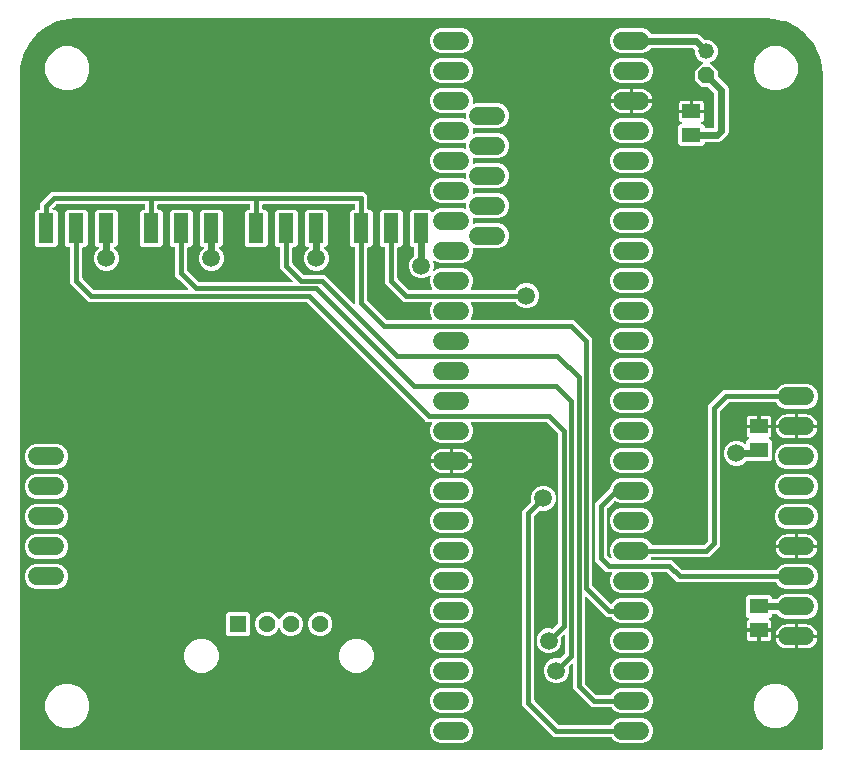
<source format=gbr>
G04 EAGLE Gerber RS-274X export*
G75*
%MOMM*%
%FSLAX34Y34*%
%LPD*%
%INTop Copper*%
%IPPOS*%
%AMOC8*
5,1,8,0,0,1.08239X$1,22.5*%
G01*
%ADD10P,1.429621X8X292.500000*%
%ADD11C,1.320800*%
%ADD12C,1.524000*%
%ADD13R,1.270000X2.540000*%
%ADD14R,1.600000X1.300000*%
%ADD15R,1.428000X1.428000*%
%ADD16C,1.428000*%
%ADD17C,0.609600*%
%ADD18C,1.500000*%
%ADD19C,0.406400*%

G36*
X681810Y3052D02*
X681810Y3052D01*
X681829Y3050D01*
X681931Y3072D01*
X682033Y3088D01*
X682050Y3098D01*
X682070Y3102D01*
X682159Y3155D01*
X682250Y3204D01*
X682264Y3218D01*
X682281Y3228D01*
X682348Y3307D01*
X682420Y3382D01*
X682428Y3400D01*
X682441Y3415D01*
X682480Y3511D01*
X682523Y3605D01*
X682525Y3625D01*
X682533Y3643D01*
X682551Y3810D01*
X682551Y575350D01*
X682549Y575366D01*
X682550Y575393D01*
X682260Y580564D01*
X682253Y580596D01*
X682242Y580691D01*
X679940Y590775D01*
X679940Y590776D01*
X679940Y590778D01*
X679884Y590936D01*
X675396Y600255D01*
X675395Y600256D01*
X675395Y600257D01*
X675305Y600399D01*
X668856Y608486D01*
X668855Y608487D01*
X668855Y608488D01*
X668736Y608606D01*
X660649Y615055D01*
X660648Y615056D01*
X660647Y615057D01*
X660505Y615146D01*
X651186Y619634D01*
X651184Y619634D01*
X651183Y619635D01*
X651025Y619690D01*
X647898Y620404D01*
X647897Y620404D01*
X644562Y621165D01*
X641227Y621926D01*
X640941Y621992D01*
X640909Y621994D01*
X640814Y622010D01*
X635643Y622300D01*
X635626Y622298D01*
X635600Y622301D01*
X50000Y622301D01*
X49984Y622299D01*
X49957Y622300D01*
X44786Y622010D01*
X44754Y622003D01*
X44659Y621992D01*
X34575Y619690D01*
X34574Y619690D01*
X34572Y619690D01*
X34414Y619634D01*
X25095Y615146D01*
X25094Y615145D01*
X25093Y615145D01*
X24951Y615055D01*
X16864Y608606D01*
X16863Y608605D01*
X16862Y608605D01*
X16744Y608486D01*
X10295Y600399D01*
X10294Y600398D01*
X10293Y600397D01*
X10204Y600255D01*
X5716Y590936D01*
X5716Y590934D01*
X5715Y590933D01*
X5660Y590775D01*
X3358Y580691D01*
X3356Y580659D01*
X3340Y580564D01*
X3050Y575393D01*
X3052Y575376D01*
X3049Y575350D01*
X3049Y3810D01*
X3052Y3790D01*
X3050Y3771D01*
X3072Y3669D01*
X3088Y3567D01*
X3098Y3550D01*
X3102Y3530D01*
X3155Y3441D01*
X3204Y3350D01*
X3218Y3336D01*
X3228Y3319D01*
X3307Y3252D01*
X3382Y3180D01*
X3400Y3172D01*
X3415Y3159D01*
X3511Y3120D01*
X3605Y3077D01*
X3625Y3075D01*
X3643Y3067D01*
X3810Y3049D01*
X681790Y3049D01*
X681810Y3052D01*
G37*
%LPC*%
G36*
X510958Y33781D02*
X510958Y33781D01*
X507037Y35405D01*
X504035Y38407D01*
X503831Y38899D01*
X503770Y38998D01*
X503710Y39099D01*
X503705Y39103D01*
X503702Y39108D01*
X503612Y39182D01*
X503523Y39259D01*
X503517Y39261D01*
X503512Y39265D01*
X503405Y39307D01*
X503295Y39351D01*
X503287Y39352D01*
X503283Y39353D01*
X503264Y39354D01*
X503128Y39369D01*
X486845Y39369D01*
X471169Y55045D01*
X471169Y74796D01*
X471158Y74867D01*
X471156Y74939D01*
X471138Y74988D01*
X471130Y75039D01*
X471096Y75102D01*
X471071Y75170D01*
X471039Y75210D01*
X471014Y75256D01*
X470962Y75306D01*
X470918Y75362D01*
X470874Y75390D01*
X470836Y75426D01*
X470771Y75456D01*
X470711Y75495D01*
X470660Y75507D01*
X470613Y75529D01*
X470542Y75537D01*
X470472Y75555D01*
X470420Y75551D01*
X470369Y75556D01*
X470298Y75541D01*
X470227Y75536D01*
X470179Y75515D01*
X470128Y75504D01*
X470067Y75467D01*
X470001Y75439D01*
X469945Y75395D01*
X469917Y75378D01*
X469902Y75360D01*
X469870Y75335D01*
X467738Y73203D01*
X467669Y73107D01*
X467600Y73014D01*
X467598Y73008D01*
X467594Y73003D01*
X467560Y72891D01*
X467524Y72780D01*
X467524Y72774D01*
X467522Y72768D01*
X467525Y72651D01*
X467526Y72534D01*
X467528Y72527D01*
X467528Y72522D01*
X467535Y72504D01*
X467573Y72373D01*
X467749Y71948D01*
X467749Y67752D01*
X466143Y63875D01*
X463175Y60907D01*
X459298Y59301D01*
X455102Y59301D01*
X451225Y60907D01*
X448257Y63875D01*
X446651Y67752D01*
X446651Y71948D01*
X448257Y75825D01*
X451225Y78793D01*
X455102Y80399D01*
X459298Y80399D01*
X459723Y80223D01*
X459837Y80196D01*
X459950Y80168D01*
X459956Y80168D01*
X459962Y80167D01*
X460079Y80178D01*
X460195Y80187D01*
X460201Y80189D01*
X460207Y80190D01*
X460314Y80237D01*
X460422Y80283D01*
X460427Y80288D01*
X460432Y80290D01*
X460446Y80302D01*
X460553Y80388D01*
X464596Y84432D01*
X464649Y84505D01*
X464709Y84575D01*
X464721Y84605D01*
X464740Y84631D01*
X464767Y84718D01*
X464801Y84803D01*
X464805Y84844D01*
X464812Y84866D01*
X464811Y84899D01*
X464819Y84970D01*
X464819Y100196D01*
X464808Y100267D01*
X464806Y100339D01*
X464788Y100388D01*
X464780Y100439D01*
X464746Y100502D01*
X464721Y100570D01*
X464689Y100610D01*
X464664Y100656D01*
X464612Y100706D01*
X464568Y100762D01*
X464524Y100790D01*
X464486Y100826D01*
X464421Y100856D01*
X464361Y100895D01*
X464310Y100907D01*
X464263Y100929D01*
X464192Y100937D01*
X464122Y100955D01*
X464070Y100951D01*
X464019Y100956D01*
X463948Y100941D01*
X463877Y100936D01*
X463829Y100915D01*
X463778Y100904D01*
X463717Y100867D01*
X463651Y100839D01*
X463595Y100795D01*
X463567Y100778D01*
X463552Y100760D01*
X463520Y100735D01*
X461388Y98603D01*
X461319Y98507D01*
X461250Y98414D01*
X461248Y98408D01*
X461244Y98403D01*
X461210Y98291D01*
X461174Y98180D01*
X461174Y98174D01*
X461172Y98168D01*
X461175Y98051D01*
X461176Y97934D01*
X461178Y97927D01*
X461178Y97922D01*
X461185Y97904D01*
X461223Y97773D01*
X461399Y97348D01*
X461399Y93152D01*
X459793Y89275D01*
X456825Y86307D01*
X452948Y84701D01*
X448752Y84701D01*
X444875Y86307D01*
X441907Y89275D01*
X440301Y93152D01*
X440301Y97348D01*
X441907Y101225D01*
X444875Y104193D01*
X448752Y105799D01*
X452948Y105799D01*
X453373Y105623D01*
X453487Y105596D01*
X453600Y105568D01*
X453606Y105568D01*
X453612Y105567D01*
X453729Y105578D01*
X453845Y105587D01*
X453851Y105589D01*
X453857Y105590D01*
X453964Y105637D01*
X454072Y105683D01*
X454077Y105688D01*
X454082Y105690D01*
X454096Y105702D01*
X454203Y105788D01*
X458246Y109832D01*
X458299Y109905D01*
X458359Y109975D01*
X458371Y110005D01*
X458390Y110031D01*
X458417Y110118D01*
X458451Y110203D01*
X458455Y110244D01*
X458462Y110266D01*
X458461Y110299D01*
X458469Y110370D01*
X458469Y270630D01*
X458455Y270720D01*
X458447Y270811D01*
X458435Y270841D01*
X458430Y270873D01*
X458387Y270954D01*
X458351Y271037D01*
X458325Y271070D01*
X458314Y271090D01*
X458291Y271112D01*
X458246Y271168D01*
X448968Y280446D01*
X448895Y280499D01*
X448825Y280559D01*
X448795Y280571D01*
X448769Y280590D01*
X448682Y280617D01*
X448597Y280651D01*
X448556Y280655D01*
X448534Y280662D01*
X448501Y280661D01*
X448430Y280669D01*
X385226Y280669D01*
X385156Y280658D01*
X385084Y280656D01*
X385035Y280638D01*
X384984Y280630D01*
X384920Y280596D01*
X384853Y280571D01*
X384812Y280539D01*
X384766Y280514D01*
X384717Y280463D01*
X384661Y280418D01*
X384633Y280374D01*
X384597Y280336D01*
X384567Y280271D01*
X384528Y280211D01*
X384515Y280160D01*
X384493Y280113D01*
X384485Y280042D01*
X384468Y279972D01*
X384472Y279920D01*
X384466Y279869D01*
X384481Y279798D01*
X384487Y279727D01*
X384507Y279679D01*
X384518Y279628D01*
X384555Y279567D01*
X384583Y279501D01*
X384628Y279445D01*
X384645Y279417D01*
X384662Y279402D01*
X384688Y279370D01*
X384965Y279093D01*
X386589Y275172D01*
X386589Y270928D01*
X384965Y267007D01*
X381963Y264005D01*
X378042Y262381D01*
X358558Y262381D01*
X354637Y264005D01*
X351635Y267007D01*
X350011Y270928D01*
X350011Y275172D01*
X351635Y279093D01*
X351912Y279370D01*
X351954Y279428D01*
X352003Y279480D01*
X352025Y279527D01*
X352055Y279569D01*
X352076Y279638D01*
X352107Y279703D01*
X352112Y279755D01*
X352128Y279805D01*
X352126Y279876D01*
X352134Y279947D01*
X352123Y279998D01*
X352121Y280050D01*
X352097Y280118D01*
X352082Y280188D01*
X352055Y280233D01*
X352037Y280281D01*
X351992Y280337D01*
X351955Y280399D01*
X351916Y280433D01*
X351883Y280473D01*
X351823Y280512D01*
X351768Y280559D01*
X351720Y280578D01*
X351676Y280606D01*
X351607Y280624D01*
X351540Y280651D01*
X351469Y280659D01*
X351438Y280667D01*
X351415Y280665D01*
X351374Y280669D01*
X347145Y280669D01*
X245768Y382046D01*
X245695Y382099D01*
X245625Y382159D01*
X245595Y382171D01*
X245569Y382190D01*
X245482Y382217D01*
X245397Y382251D01*
X245356Y382255D01*
X245334Y382262D01*
X245301Y382261D01*
X245230Y382269D01*
X61395Y382269D01*
X45719Y397945D01*
X45719Y427990D01*
X45716Y428010D01*
X45718Y428029D01*
X45696Y428131D01*
X45680Y428233D01*
X45670Y428250D01*
X45666Y428270D01*
X45613Y428359D01*
X45564Y428450D01*
X45550Y428464D01*
X45540Y428481D01*
X45461Y428548D01*
X45386Y428620D01*
X45368Y428628D01*
X45353Y428641D01*
X45257Y428680D01*
X45163Y428723D01*
X45143Y428725D01*
X45125Y428733D01*
X44958Y428751D01*
X43187Y428751D01*
X41401Y430537D01*
X41401Y458463D01*
X43187Y460249D01*
X58413Y460249D01*
X60199Y458463D01*
X60199Y430537D01*
X58413Y428751D01*
X56642Y428751D01*
X56622Y428748D01*
X56603Y428750D01*
X56501Y428728D01*
X56399Y428712D01*
X56382Y428702D01*
X56362Y428698D01*
X56273Y428645D01*
X56182Y428596D01*
X56168Y428582D01*
X56151Y428572D01*
X56084Y428493D01*
X56012Y428418D01*
X56004Y428400D01*
X55991Y428385D01*
X55952Y428289D01*
X55909Y428195D01*
X55907Y428175D01*
X55899Y428157D01*
X55881Y427990D01*
X55881Y402470D01*
X55895Y402380D01*
X55903Y402289D01*
X55915Y402259D01*
X55920Y402227D01*
X55963Y402146D01*
X55999Y402063D01*
X56025Y402030D01*
X56036Y402010D01*
X56059Y401988D01*
X56104Y401932D01*
X65382Y392654D01*
X65455Y392601D01*
X65525Y392541D01*
X65555Y392529D01*
X65581Y392510D01*
X65668Y392483D01*
X65753Y392449D01*
X65794Y392445D01*
X65816Y392438D01*
X65849Y392439D01*
X65920Y392431D01*
X144646Y392431D01*
X144717Y392442D01*
X144789Y392444D01*
X144838Y392462D01*
X144889Y392470D01*
X144952Y392504D01*
X145020Y392529D01*
X145060Y392561D01*
X145106Y392586D01*
X145156Y392637D01*
X145212Y392682D01*
X145240Y392726D01*
X145276Y392764D01*
X145306Y392829D01*
X145345Y392889D01*
X145357Y392940D01*
X145379Y392987D01*
X145387Y393058D01*
X145405Y393128D01*
X145401Y393180D01*
X145406Y393231D01*
X145391Y393302D01*
X145386Y393373D01*
X145365Y393421D01*
X145354Y393472D01*
X145317Y393533D01*
X145289Y393599D01*
X145245Y393655D01*
X145228Y393683D01*
X145210Y393698D01*
X145185Y393730D01*
X137818Y401096D01*
X134619Y404295D01*
X134619Y427990D01*
X134616Y428010D01*
X134618Y428029D01*
X134596Y428131D01*
X134580Y428233D01*
X134570Y428250D01*
X134566Y428270D01*
X134513Y428359D01*
X134464Y428450D01*
X134450Y428464D01*
X134440Y428481D01*
X134361Y428548D01*
X134286Y428620D01*
X134268Y428628D01*
X134253Y428641D01*
X134157Y428680D01*
X134063Y428723D01*
X134043Y428725D01*
X134025Y428733D01*
X133858Y428751D01*
X132087Y428751D01*
X130301Y430537D01*
X130301Y458463D01*
X132087Y460249D01*
X147313Y460249D01*
X149099Y458463D01*
X149099Y430537D01*
X147313Y428751D01*
X145542Y428751D01*
X145522Y428748D01*
X145503Y428750D01*
X145401Y428728D01*
X145299Y428712D01*
X145282Y428702D01*
X145262Y428698D01*
X145173Y428645D01*
X145082Y428596D01*
X145068Y428582D01*
X145051Y428572D01*
X144984Y428493D01*
X144912Y428418D01*
X144904Y428400D01*
X144891Y428385D01*
X144852Y428289D01*
X144809Y428195D01*
X144807Y428175D01*
X144799Y428157D01*
X144781Y427990D01*
X144781Y408820D01*
X144795Y408730D01*
X144803Y408639D01*
X144815Y408609D01*
X144820Y408577D01*
X144863Y408496D01*
X144899Y408412D01*
X144925Y408380D01*
X144936Y408360D01*
X144959Y408337D01*
X144983Y408307D01*
X144985Y408304D01*
X144987Y408302D01*
X145004Y408282D01*
X154282Y399004D01*
X154355Y398951D01*
X154425Y398891D01*
X154455Y398879D01*
X154481Y398860D01*
X154568Y398833D01*
X154653Y398799D01*
X154694Y398795D01*
X154716Y398788D01*
X154749Y398789D01*
X154820Y398781D01*
X233546Y398781D01*
X233617Y398792D01*
X233689Y398794D01*
X233738Y398812D01*
X233789Y398820D01*
X233852Y398854D01*
X233920Y398879D01*
X233960Y398911D01*
X234006Y398936D01*
X234056Y398988D01*
X234112Y399032D01*
X234140Y399076D01*
X234176Y399114D01*
X234206Y399179D01*
X234245Y399239D01*
X234257Y399290D01*
X234279Y399337D01*
X234287Y399408D01*
X234305Y399478D01*
X234301Y399530D01*
X234306Y399581D01*
X234291Y399652D01*
X234286Y399723D01*
X234265Y399771D01*
X234254Y399822D01*
X234217Y399883D01*
X234189Y399949D01*
X234145Y400005D01*
X234128Y400033D01*
X234110Y400048D01*
X234085Y400080D01*
X223519Y410645D01*
X223519Y427990D01*
X223516Y428010D01*
X223518Y428029D01*
X223496Y428131D01*
X223480Y428233D01*
X223470Y428250D01*
X223466Y428270D01*
X223413Y428359D01*
X223364Y428450D01*
X223350Y428464D01*
X223340Y428481D01*
X223261Y428548D01*
X223186Y428620D01*
X223168Y428628D01*
X223153Y428641D01*
X223057Y428680D01*
X222963Y428723D01*
X222943Y428725D01*
X222925Y428733D01*
X222758Y428751D01*
X220987Y428751D01*
X219201Y430537D01*
X219201Y458463D01*
X220987Y460249D01*
X236213Y460249D01*
X237999Y458463D01*
X237999Y430537D01*
X236213Y428751D01*
X234442Y428751D01*
X234422Y428748D01*
X234403Y428750D01*
X234301Y428728D01*
X234199Y428712D01*
X234182Y428702D01*
X234162Y428698D01*
X234073Y428645D01*
X233982Y428596D01*
X233968Y428582D01*
X233951Y428572D01*
X233884Y428493D01*
X233812Y428418D01*
X233804Y428400D01*
X233791Y428385D01*
X233752Y428289D01*
X233709Y428195D01*
X233707Y428175D01*
X233699Y428157D01*
X233681Y427990D01*
X233681Y415170D01*
X233695Y415080D01*
X233703Y414989D01*
X233715Y414959D01*
X233720Y414927D01*
X233763Y414846D01*
X233799Y414763D01*
X233825Y414730D01*
X233836Y414710D01*
X233859Y414688D01*
X233904Y414632D01*
X243182Y405354D01*
X243255Y405301D01*
X243325Y405241D01*
X243355Y405229D01*
X243381Y405210D01*
X243468Y405183D01*
X243553Y405149D01*
X243594Y405145D01*
X243616Y405138D01*
X243649Y405139D01*
X243720Y405131D01*
X260902Y405131D01*
X285720Y380313D01*
X285778Y380271D01*
X285830Y380222D01*
X285877Y380200D01*
X285919Y380169D01*
X285988Y380148D01*
X286053Y380118D01*
X286105Y380112D01*
X286155Y380097D01*
X286226Y380099D01*
X286297Y380091D01*
X286348Y380102D01*
X286400Y380103D01*
X286468Y380128D01*
X286538Y380143D01*
X286583Y380170D01*
X286631Y380188D01*
X286687Y380233D01*
X286749Y380269D01*
X286783Y380309D01*
X286823Y380341D01*
X286862Y380402D01*
X286909Y380456D01*
X286928Y380505D01*
X286956Y380548D01*
X286974Y380618D01*
X287001Y380684D01*
X287009Y380756D01*
X287017Y380787D01*
X287015Y380810D01*
X287019Y380851D01*
X287019Y427990D01*
X287016Y428010D01*
X287018Y428029D01*
X286996Y428131D01*
X286980Y428233D01*
X286970Y428250D01*
X286966Y428270D01*
X286913Y428359D01*
X286864Y428450D01*
X286850Y428464D01*
X286840Y428481D01*
X286761Y428548D01*
X286686Y428620D01*
X286668Y428628D01*
X286653Y428641D01*
X286557Y428680D01*
X286463Y428723D01*
X286443Y428725D01*
X286425Y428733D01*
X286258Y428751D01*
X284487Y428751D01*
X282701Y430537D01*
X282701Y458463D01*
X284487Y460249D01*
X286258Y460249D01*
X286278Y460252D01*
X286297Y460250D01*
X286399Y460272D01*
X286501Y460288D01*
X286518Y460298D01*
X286538Y460302D01*
X286627Y460355D01*
X286718Y460404D01*
X286732Y460418D01*
X286749Y460428D01*
X286816Y460507D01*
X286888Y460582D01*
X286896Y460600D01*
X286909Y460615D01*
X286948Y460711D01*
X286991Y460805D01*
X286993Y460825D01*
X287001Y460843D01*
X287019Y461010D01*
X287019Y464058D01*
X287016Y464078D01*
X287018Y464097D01*
X286996Y464199D01*
X286980Y464301D01*
X286970Y464318D01*
X286966Y464338D01*
X286913Y464427D01*
X286864Y464518D01*
X286850Y464532D01*
X286840Y464549D01*
X286761Y464616D01*
X286686Y464688D01*
X286668Y464696D01*
X286653Y464709D01*
X286557Y464748D01*
X286463Y464791D01*
X286443Y464793D01*
X286425Y464801D01*
X286258Y464819D01*
X209042Y464819D01*
X209022Y464816D01*
X209003Y464818D01*
X208901Y464796D01*
X208799Y464780D01*
X208782Y464770D01*
X208762Y464766D01*
X208673Y464713D01*
X208582Y464664D01*
X208568Y464650D01*
X208551Y464640D01*
X208484Y464561D01*
X208412Y464486D01*
X208404Y464468D01*
X208391Y464453D01*
X208352Y464357D01*
X208309Y464263D01*
X208307Y464243D01*
X208299Y464225D01*
X208281Y464058D01*
X208281Y461010D01*
X208284Y460990D01*
X208282Y460971D01*
X208304Y460869D01*
X208320Y460767D01*
X208330Y460750D01*
X208334Y460730D01*
X208387Y460641D01*
X208436Y460550D01*
X208450Y460536D01*
X208460Y460519D01*
X208539Y460452D01*
X208614Y460380D01*
X208632Y460372D01*
X208647Y460359D01*
X208743Y460320D01*
X208837Y460277D01*
X208857Y460275D01*
X208875Y460267D01*
X209042Y460249D01*
X210813Y460249D01*
X212599Y458463D01*
X212599Y430537D01*
X210813Y428751D01*
X195587Y428751D01*
X193801Y430537D01*
X193801Y458463D01*
X195587Y460249D01*
X197358Y460249D01*
X197378Y460252D01*
X197397Y460250D01*
X197499Y460272D01*
X197601Y460288D01*
X197618Y460298D01*
X197638Y460302D01*
X197727Y460355D01*
X197818Y460404D01*
X197832Y460418D01*
X197849Y460428D01*
X197916Y460507D01*
X197988Y460582D01*
X197996Y460600D01*
X198009Y460615D01*
X198048Y460711D01*
X198091Y460805D01*
X198093Y460825D01*
X198101Y460843D01*
X198119Y461010D01*
X198119Y464058D01*
X198116Y464078D01*
X198118Y464097D01*
X198096Y464199D01*
X198080Y464301D01*
X198070Y464318D01*
X198066Y464338D01*
X198013Y464427D01*
X197964Y464518D01*
X197950Y464532D01*
X197940Y464549D01*
X197861Y464616D01*
X197786Y464688D01*
X197768Y464696D01*
X197753Y464709D01*
X197657Y464748D01*
X197563Y464791D01*
X197543Y464793D01*
X197525Y464801D01*
X197358Y464819D01*
X120142Y464819D01*
X120122Y464816D01*
X120103Y464818D01*
X120001Y464796D01*
X119899Y464780D01*
X119882Y464770D01*
X119862Y464766D01*
X119773Y464713D01*
X119682Y464664D01*
X119668Y464650D01*
X119651Y464640D01*
X119584Y464561D01*
X119512Y464486D01*
X119504Y464468D01*
X119491Y464453D01*
X119452Y464357D01*
X119409Y464263D01*
X119407Y464243D01*
X119399Y464225D01*
X119381Y464058D01*
X119381Y461010D01*
X119384Y460990D01*
X119382Y460971D01*
X119404Y460869D01*
X119420Y460767D01*
X119430Y460750D01*
X119434Y460730D01*
X119487Y460641D01*
X119536Y460550D01*
X119550Y460536D01*
X119560Y460519D01*
X119639Y460452D01*
X119714Y460380D01*
X119732Y460372D01*
X119747Y460359D01*
X119843Y460320D01*
X119937Y460277D01*
X119957Y460275D01*
X119975Y460267D01*
X120142Y460249D01*
X121913Y460249D01*
X123699Y458463D01*
X123699Y430537D01*
X121913Y428751D01*
X106687Y428751D01*
X104901Y430537D01*
X104901Y458463D01*
X106687Y460249D01*
X108458Y460249D01*
X108478Y460252D01*
X108497Y460250D01*
X108599Y460272D01*
X108701Y460288D01*
X108718Y460298D01*
X108738Y460302D01*
X108827Y460355D01*
X108918Y460404D01*
X108932Y460418D01*
X108949Y460428D01*
X109016Y460507D01*
X109088Y460582D01*
X109096Y460600D01*
X109109Y460615D01*
X109148Y460711D01*
X109191Y460805D01*
X109193Y460825D01*
X109201Y460843D01*
X109219Y461010D01*
X109219Y464058D01*
X109216Y464078D01*
X109218Y464097D01*
X109196Y464199D01*
X109180Y464301D01*
X109170Y464318D01*
X109166Y464338D01*
X109113Y464427D01*
X109064Y464518D01*
X109050Y464532D01*
X109040Y464549D01*
X108961Y464616D01*
X108886Y464688D01*
X108868Y464696D01*
X108853Y464709D01*
X108757Y464748D01*
X108663Y464791D01*
X108643Y464793D01*
X108625Y464801D01*
X108458Y464819D01*
X34170Y464819D01*
X34080Y464805D01*
X33989Y464797D01*
X33959Y464785D01*
X33927Y464780D01*
X33846Y464737D01*
X33763Y464701D01*
X33730Y464675D01*
X33710Y464664D01*
X33688Y464641D01*
X33632Y464596D01*
X30704Y461668D01*
X30651Y461595D01*
X30591Y461525D01*
X30579Y461495D01*
X30560Y461469D01*
X30533Y461382D01*
X30499Y461297D01*
X30495Y461256D01*
X30488Y461234D01*
X30489Y461201D01*
X30481Y461130D01*
X30481Y461010D01*
X30484Y460990D01*
X30482Y460971D01*
X30504Y460869D01*
X30520Y460767D01*
X30530Y460750D01*
X30534Y460730D01*
X30587Y460641D01*
X30636Y460550D01*
X30650Y460536D01*
X30660Y460519D01*
X30739Y460452D01*
X30814Y460380D01*
X30832Y460372D01*
X30847Y460359D01*
X30943Y460320D01*
X31037Y460277D01*
X31057Y460275D01*
X31075Y460267D01*
X31242Y460249D01*
X33013Y460249D01*
X34799Y458463D01*
X34799Y430537D01*
X33013Y428751D01*
X17787Y428751D01*
X16001Y430537D01*
X16001Y458463D01*
X17787Y460249D01*
X19558Y460249D01*
X19578Y460252D01*
X19597Y460250D01*
X19699Y460272D01*
X19801Y460288D01*
X19818Y460298D01*
X19838Y460302D01*
X19927Y460355D01*
X20018Y460404D01*
X20032Y460418D01*
X20049Y460428D01*
X20116Y460507D01*
X20188Y460582D01*
X20196Y460600D01*
X20209Y460615D01*
X20248Y460711D01*
X20291Y460805D01*
X20293Y460825D01*
X20301Y460843D01*
X20319Y461010D01*
X20319Y465655D01*
X29645Y474981D01*
X294205Y474981D01*
X297181Y472005D01*
X297181Y461010D01*
X297184Y460990D01*
X297182Y460971D01*
X297204Y460869D01*
X297220Y460767D01*
X297230Y460750D01*
X297234Y460730D01*
X297287Y460641D01*
X297336Y460550D01*
X297350Y460536D01*
X297360Y460519D01*
X297439Y460452D01*
X297514Y460380D01*
X297532Y460372D01*
X297547Y460359D01*
X297643Y460320D01*
X297737Y460277D01*
X297757Y460275D01*
X297775Y460267D01*
X297942Y460249D01*
X299713Y460249D01*
X301499Y458463D01*
X301499Y430537D01*
X299713Y428751D01*
X297942Y428751D01*
X297922Y428748D01*
X297903Y428750D01*
X297801Y428728D01*
X297699Y428712D01*
X297682Y428702D01*
X297662Y428698D01*
X297573Y428645D01*
X297482Y428596D01*
X297468Y428582D01*
X297451Y428572D01*
X297384Y428493D01*
X297312Y428418D01*
X297304Y428400D01*
X297291Y428385D01*
X297252Y428289D01*
X297209Y428195D01*
X297207Y428175D01*
X297199Y428157D01*
X297181Y427990D01*
X297181Y383420D01*
X297195Y383330D01*
X297203Y383239D01*
X297215Y383209D01*
X297220Y383177D01*
X297263Y383096D01*
X297299Y383013D01*
X297325Y382980D01*
X297336Y382960D01*
X297359Y382938D01*
X297404Y382882D01*
X313032Y367254D01*
X313105Y367201D01*
X313175Y367141D01*
X313205Y367129D01*
X313231Y367110D01*
X313318Y367083D01*
X313403Y367049D01*
X313444Y367045D01*
X313466Y367038D01*
X313499Y367039D01*
X313570Y367031D01*
X351374Y367031D01*
X351444Y367042D01*
X351516Y367044D01*
X351565Y367062D01*
X351616Y367070D01*
X351680Y367104D01*
X351747Y367129D01*
X351788Y367161D01*
X351834Y367186D01*
X351883Y367237D01*
X351939Y367282D01*
X351967Y367326D01*
X352003Y367364D01*
X352033Y367429D01*
X352072Y367489D01*
X352085Y367540D01*
X352107Y367587D01*
X352115Y367658D01*
X352132Y367728D01*
X352128Y367780D01*
X352134Y367831D01*
X352119Y367902D01*
X352113Y367973D01*
X352093Y368021D01*
X352082Y368072D01*
X352045Y368133D01*
X352017Y368199D01*
X351972Y368255D01*
X351955Y368283D01*
X351938Y368298D01*
X351912Y368330D01*
X351635Y368607D01*
X350011Y372528D01*
X350011Y376772D01*
X351635Y380693D01*
X351912Y380970D01*
X351954Y381028D01*
X352003Y381080D01*
X352025Y381127D01*
X352055Y381169D01*
X352076Y381238D01*
X352107Y381303D01*
X352112Y381355D01*
X352128Y381405D01*
X352126Y381476D01*
X352134Y381547D01*
X352123Y381598D01*
X352121Y381650D01*
X352097Y381718D01*
X352082Y381788D01*
X352055Y381833D01*
X352037Y381881D01*
X351992Y381937D01*
X351955Y381999D01*
X351916Y382033D01*
X351883Y382073D01*
X351823Y382112D01*
X351768Y382159D01*
X351720Y382178D01*
X351676Y382206D01*
X351607Y382224D01*
X351540Y382251D01*
X351469Y382259D01*
X351438Y382267D01*
X351415Y382265D01*
X351374Y382269D01*
X328095Y382269D01*
X312419Y397945D01*
X312419Y427990D01*
X312416Y428010D01*
X312418Y428029D01*
X312396Y428131D01*
X312380Y428233D01*
X312370Y428250D01*
X312366Y428270D01*
X312313Y428359D01*
X312264Y428450D01*
X312250Y428464D01*
X312240Y428481D01*
X312161Y428548D01*
X312086Y428620D01*
X312068Y428628D01*
X312053Y428641D01*
X311957Y428680D01*
X311863Y428723D01*
X311843Y428725D01*
X311825Y428733D01*
X311658Y428751D01*
X309887Y428751D01*
X308101Y430537D01*
X308101Y458463D01*
X309887Y460249D01*
X325113Y460249D01*
X326899Y458463D01*
X326899Y430537D01*
X325113Y428751D01*
X323342Y428751D01*
X323322Y428748D01*
X323303Y428750D01*
X323201Y428728D01*
X323099Y428712D01*
X323082Y428702D01*
X323062Y428698D01*
X322973Y428645D01*
X322882Y428596D01*
X322868Y428582D01*
X322851Y428572D01*
X322784Y428493D01*
X322712Y428418D01*
X322704Y428400D01*
X322691Y428385D01*
X322652Y428289D01*
X322609Y428195D01*
X322607Y428175D01*
X322599Y428157D01*
X322581Y427990D01*
X322581Y402470D01*
X322595Y402380D01*
X322603Y402289D01*
X322615Y402259D01*
X322620Y402227D01*
X322663Y402146D01*
X322699Y402063D01*
X322725Y402030D01*
X322736Y402010D01*
X322759Y401988D01*
X322804Y401932D01*
X332082Y392654D01*
X332155Y392601D01*
X332225Y392541D01*
X332255Y392529D01*
X332281Y392510D01*
X332368Y392483D01*
X332453Y392449D01*
X332494Y392445D01*
X332516Y392438D01*
X332549Y392439D01*
X332620Y392431D01*
X351374Y392431D01*
X351444Y392442D01*
X351516Y392444D01*
X351565Y392462D01*
X351616Y392470D01*
X351680Y392504D01*
X351747Y392529D01*
X351788Y392561D01*
X351834Y392586D01*
X351883Y392637D01*
X351939Y392682D01*
X351967Y392726D01*
X352003Y392764D01*
X352033Y392829D01*
X352072Y392889D01*
X352085Y392940D01*
X352107Y392987D01*
X352115Y393058D01*
X352132Y393128D01*
X352128Y393180D01*
X352134Y393231D01*
X352119Y393302D01*
X352113Y393373D01*
X352093Y393421D01*
X352082Y393472D01*
X352045Y393533D01*
X352017Y393599D01*
X351972Y393655D01*
X351955Y393683D01*
X351938Y393698D01*
X351912Y393730D01*
X351635Y394007D01*
X350011Y397928D01*
X350011Y402172D01*
X350506Y403367D01*
X350528Y403462D01*
X350557Y403555D01*
X350556Y403581D01*
X350562Y403606D01*
X350553Y403703D01*
X350551Y403801D01*
X350542Y403825D01*
X350539Y403851D01*
X350500Y403940D01*
X350466Y404032D01*
X350450Y404052D01*
X350439Y404076D01*
X350373Y404148D01*
X350312Y404224D01*
X350291Y404238D01*
X350273Y404257D01*
X350187Y404304D01*
X350106Y404357D01*
X350080Y404363D01*
X350057Y404376D01*
X349961Y404393D01*
X349867Y404417D01*
X349841Y404415D01*
X349815Y404419D01*
X349719Y404405D01*
X349622Y404397D01*
X349598Y404387D01*
X349572Y404383D01*
X349485Y404339D01*
X349395Y404301D01*
X349370Y404281D01*
X349353Y404272D01*
X349329Y404248D01*
X349264Y404196D01*
X348875Y403807D01*
X344998Y402201D01*
X340802Y402201D01*
X336925Y403807D01*
X333957Y406775D01*
X332351Y410652D01*
X332351Y414848D01*
X333957Y418725D01*
X336580Y421348D01*
X336633Y421422D01*
X336693Y421492D01*
X336705Y421522D01*
X336724Y421548D01*
X336751Y421635D01*
X336785Y421720D01*
X336789Y421761D01*
X336796Y421783D01*
X336795Y421815D01*
X336803Y421887D01*
X336803Y427990D01*
X336800Y428010D01*
X336802Y428029D01*
X336780Y428131D01*
X336764Y428233D01*
X336754Y428250D01*
X336750Y428270D01*
X336697Y428359D01*
X336648Y428450D01*
X336634Y428464D01*
X336624Y428481D01*
X336545Y428548D01*
X336470Y428620D01*
X336452Y428628D01*
X336437Y428641D01*
X336341Y428680D01*
X336247Y428723D01*
X336227Y428725D01*
X336209Y428733D01*
X336042Y428751D01*
X335287Y428751D01*
X333501Y430537D01*
X333501Y458463D01*
X335287Y460249D01*
X350513Y460249D01*
X352214Y458548D01*
X352230Y458536D01*
X352242Y458521D01*
X352329Y458465D01*
X352413Y458404D01*
X352432Y458399D01*
X352449Y458388D01*
X352550Y458363D01*
X352648Y458332D01*
X352668Y458333D01*
X352688Y458328D01*
X352791Y458336D01*
X352894Y458338D01*
X352913Y458345D01*
X352933Y458347D01*
X353028Y458387D01*
X353125Y458423D01*
X353141Y458435D01*
X353159Y458443D01*
X353290Y458548D01*
X354637Y459895D01*
X358558Y461519D01*
X378042Y461519D01*
X379459Y460932D01*
X379503Y460921D01*
X379545Y460902D01*
X379622Y460894D01*
X379698Y460876D01*
X379744Y460880D01*
X379789Y460875D01*
X379866Y460892D01*
X379943Y460899D01*
X379985Y460918D01*
X380030Y460927D01*
X380097Y460967D01*
X380168Y460999D01*
X380202Y461030D01*
X380241Y461053D01*
X380292Y461113D01*
X380349Y461165D01*
X380371Y461206D01*
X380401Y461240D01*
X380430Y461313D01*
X380467Y461381D01*
X380476Y461426D01*
X380493Y461469D01*
X380508Y461604D01*
X380511Y461623D01*
X380510Y461628D01*
X380511Y461635D01*
X380511Y465465D01*
X380504Y465510D01*
X380506Y465556D01*
X380484Y465631D01*
X380472Y465707D01*
X380450Y465748D01*
X380437Y465792D01*
X380393Y465856D01*
X380356Y465925D01*
X380323Y465956D01*
X380297Y465994D01*
X380235Y466041D01*
X380178Y466094D01*
X380136Y466114D01*
X380100Y466141D01*
X380026Y466165D01*
X379955Y466198D01*
X379909Y466203D01*
X379866Y466217D01*
X379788Y466216D01*
X379711Y466225D01*
X379666Y466215D01*
X379620Y466215D01*
X379488Y466177D01*
X379470Y466173D01*
X379466Y466170D01*
X379459Y466168D01*
X378042Y465581D01*
X358558Y465581D01*
X354637Y467205D01*
X351635Y470207D01*
X350011Y474128D01*
X350011Y478372D01*
X351635Y482293D01*
X354637Y485295D01*
X358558Y486919D01*
X378042Y486919D01*
X379459Y486332D01*
X379503Y486322D01*
X379545Y486302D01*
X379622Y486294D01*
X379698Y486276D01*
X379744Y486280D01*
X379789Y486275D01*
X379866Y486292D01*
X379943Y486299D01*
X379985Y486318D01*
X380030Y486327D01*
X380097Y486367D01*
X380168Y486399D01*
X380202Y486430D01*
X380241Y486454D01*
X380292Y486513D01*
X380349Y486565D01*
X380371Y486606D01*
X380401Y486640D01*
X380430Y486713D01*
X380467Y486781D01*
X380476Y486826D01*
X380493Y486869D01*
X380508Y487005D01*
X380511Y487023D01*
X380510Y487028D01*
X380511Y487035D01*
X380511Y490865D01*
X380504Y490910D01*
X380506Y490956D01*
X380484Y491031D01*
X380472Y491107D01*
X380450Y491148D01*
X380437Y491192D01*
X380393Y491256D01*
X380356Y491325D01*
X380323Y491356D01*
X380297Y491394D01*
X380234Y491441D01*
X380178Y491494D01*
X380136Y491514D01*
X380100Y491541D01*
X380026Y491565D01*
X379955Y491598D01*
X379909Y491603D01*
X379866Y491617D01*
X379788Y491616D01*
X379711Y491625D01*
X379666Y491615D01*
X379620Y491615D01*
X379488Y491577D01*
X379470Y491573D01*
X379466Y491570D01*
X379459Y491568D01*
X378042Y490981D01*
X358558Y490981D01*
X354637Y492605D01*
X351635Y495607D01*
X350011Y499528D01*
X350011Y503772D01*
X351635Y507693D01*
X354637Y510695D01*
X358558Y512319D01*
X378042Y512319D01*
X379459Y511732D01*
X379503Y511722D01*
X379545Y511702D01*
X379622Y511694D01*
X379698Y511676D01*
X379744Y511680D01*
X379789Y511675D01*
X379866Y511692D01*
X379943Y511699D01*
X379985Y511718D01*
X380030Y511727D01*
X380097Y511767D01*
X380168Y511799D01*
X380202Y511830D01*
X380241Y511854D01*
X380292Y511913D01*
X380349Y511965D01*
X380371Y512006D01*
X380401Y512040D01*
X380430Y512113D01*
X380467Y512181D01*
X380476Y512226D01*
X380493Y512269D01*
X380508Y512405D01*
X380511Y512423D01*
X380510Y512428D01*
X380511Y512435D01*
X380511Y516265D01*
X380504Y516310D01*
X380506Y516356D01*
X380484Y516431D01*
X380472Y516507D01*
X380450Y516548D01*
X380437Y516592D01*
X380393Y516656D01*
X380356Y516725D01*
X380323Y516756D01*
X380297Y516794D01*
X380234Y516841D01*
X380178Y516894D01*
X380136Y516914D01*
X380100Y516941D01*
X380026Y516965D01*
X379955Y516998D01*
X379909Y517003D01*
X379866Y517017D01*
X379788Y517016D01*
X379711Y517025D01*
X379666Y517015D01*
X379620Y517015D01*
X379488Y516977D01*
X379470Y516973D01*
X379466Y516970D01*
X379459Y516968D01*
X378042Y516381D01*
X358558Y516381D01*
X354637Y518005D01*
X351635Y521007D01*
X350011Y524928D01*
X350011Y529172D01*
X351635Y533093D01*
X354637Y536095D01*
X358558Y537719D01*
X378042Y537719D01*
X379459Y537132D01*
X379503Y537122D01*
X379545Y537102D01*
X379622Y537094D01*
X379698Y537076D01*
X379744Y537080D01*
X379789Y537075D01*
X379866Y537092D01*
X379943Y537099D01*
X379985Y537118D01*
X380030Y537127D01*
X380097Y537167D01*
X380168Y537199D01*
X380202Y537230D01*
X380241Y537254D01*
X380292Y537313D01*
X380349Y537365D01*
X380371Y537406D01*
X380401Y537440D01*
X380430Y537513D01*
X380467Y537581D01*
X380476Y537626D01*
X380493Y537669D01*
X380508Y537805D01*
X380511Y537823D01*
X380510Y537828D01*
X380511Y537835D01*
X380511Y541665D01*
X380504Y541710D01*
X380506Y541756D01*
X380484Y541831D01*
X380472Y541907D01*
X380450Y541948D01*
X380437Y541992D01*
X380393Y542056D01*
X380356Y542125D01*
X380323Y542156D01*
X380297Y542194D01*
X380234Y542241D01*
X380178Y542294D01*
X380136Y542314D01*
X380100Y542341D01*
X380026Y542365D01*
X379955Y542398D01*
X379909Y542403D01*
X379866Y542417D01*
X379788Y542416D01*
X379711Y542425D01*
X379666Y542415D01*
X379620Y542415D01*
X379488Y542377D01*
X379470Y542373D01*
X379466Y542370D01*
X379459Y542368D01*
X378042Y541781D01*
X358558Y541781D01*
X354637Y543405D01*
X351635Y546407D01*
X350011Y550328D01*
X350011Y554572D01*
X351635Y558493D01*
X354637Y561495D01*
X358558Y563119D01*
X378042Y563119D01*
X381963Y561495D01*
X384965Y558493D01*
X386589Y554572D01*
X386589Y550535D01*
X386596Y550490D01*
X386594Y550444D01*
X386616Y550369D01*
X386628Y550293D01*
X386650Y550252D01*
X386663Y550208D01*
X386707Y550144D01*
X386744Y550075D01*
X386777Y550044D01*
X386803Y550006D01*
X386866Y549959D01*
X386922Y549906D01*
X386964Y549886D01*
X387000Y549859D01*
X387074Y549835D01*
X387145Y549802D01*
X387191Y549797D01*
X387234Y549783D01*
X387312Y549784D01*
X387389Y549775D01*
X387434Y549785D01*
X387480Y549785D01*
X387612Y549823D01*
X387630Y549827D01*
X387634Y549830D01*
X387641Y549832D01*
X389058Y550419D01*
X408542Y550419D01*
X412463Y548795D01*
X415465Y545793D01*
X417089Y541872D01*
X417089Y537628D01*
X415465Y533707D01*
X412463Y530705D01*
X408542Y529081D01*
X389058Y529081D01*
X387641Y529668D01*
X387597Y529678D01*
X387555Y529698D01*
X387478Y529706D01*
X387402Y529724D01*
X387356Y529720D01*
X387311Y529725D01*
X387234Y529708D01*
X387157Y529701D01*
X387115Y529682D01*
X387070Y529673D01*
X387003Y529633D01*
X386932Y529601D01*
X386898Y529570D01*
X386859Y529546D01*
X386808Y529487D01*
X386751Y529435D01*
X386729Y529394D01*
X386699Y529360D01*
X386670Y529287D01*
X386633Y529219D01*
X386624Y529174D01*
X386607Y529131D01*
X386592Y528995D01*
X386589Y528977D01*
X386590Y528972D01*
X386589Y528965D01*
X386589Y525135D01*
X386596Y525090D01*
X386594Y525044D01*
X386616Y524969D01*
X386628Y524893D01*
X386650Y524852D01*
X386663Y524808D01*
X386707Y524744D01*
X386744Y524675D01*
X386777Y524644D01*
X386803Y524606D01*
X386866Y524559D01*
X386922Y524506D01*
X386964Y524486D01*
X387000Y524459D01*
X387074Y524435D01*
X387145Y524402D01*
X387191Y524397D01*
X387234Y524383D01*
X387312Y524384D01*
X387389Y524375D01*
X387434Y524385D01*
X387480Y524385D01*
X387612Y524423D01*
X387630Y524427D01*
X387634Y524430D01*
X387641Y524432D01*
X389058Y525019D01*
X408542Y525019D01*
X412463Y523395D01*
X415465Y520393D01*
X417089Y516472D01*
X417089Y512228D01*
X415465Y508307D01*
X412463Y505305D01*
X408542Y503681D01*
X389058Y503681D01*
X387641Y504268D01*
X387597Y504278D01*
X387555Y504298D01*
X387478Y504306D01*
X387402Y504324D01*
X387356Y504320D01*
X387311Y504325D01*
X387234Y504308D01*
X387157Y504301D01*
X387115Y504282D01*
X387070Y504273D01*
X387003Y504233D01*
X386932Y504201D01*
X386898Y504170D01*
X386859Y504146D01*
X386808Y504087D01*
X386751Y504035D01*
X386729Y503994D01*
X386699Y503960D01*
X386670Y503887D01*
X386633Y503819D01*
X386624Y503774D01*
X386607Y503731D01*
X386592Y503595D01*
X386589Y503577D01*
X386590Y503572D01*
X386589Y503565D01*
X386589Y499735D01*
X386596Y499690D01*
X386594Y499644D01*
X386616Y499569D01*
X386628Y499493D01*
X386650Y499452D01*
X386663Y499408D01*
X386707Y499344D01*
X386744Y499275D01*
X386777Y499244D01*
X386803Y499206D01*
X386866Y499159D01*
X386922Y499106D01*
X386964Y499086D01*
X387000Y499059D01*
X387074Y499035D01*
X387145Y499002D01*
X387191Y498997D01*
X387234Y498983D01*
X387312Y498984D01*
X387389Y498975D01*
X387434Y498985D01*
X387480Y498985D01*
X387612Y499023D01*
X387630Y499027D01*
X387634Y499030D01*
X387641Y499032D01*
X389058Y499619D01*
X408542Y499619D01*
X412463Y497995D01*
X415465Y494993D01*
X417089Y491072D01*
X417089Y486828D01*
X415465Y482907D01*
X412463Y479905D01*
X408542Y478281D01*
X389058Y478281D01*
X387641Y478868D01*
X387597Y478878D01*
X387555Y478898D01*
X387478Y478906D01*
X387402Y478924D01*
X387356Y478920D01*
X387311Y478925D01*
X387234Y478908D01*
X387157Y478901D01*
X387115Y478882D01*
X387070Y478873D01*
X387003Y478833D01*
X386932Y478801D01*
X386898Y478770D01*
X386859Y478746D01*
X386808Y478687D01*
X386751Y478635D01*
X386729Y478594D01*
X386699Y478560D01*
X386670Y478487D01*
X386633Y478419D01*
X386624Y478374D01*
X386607Y478331D01*
X386592Y478195D01*
X386589Y478177D01*
X386590Y478172D01*
X386589Y478165D01*
X386589Y474335D01*
X386596Y474290D01*
X386594Y474244D01*
X386616Y474169D01*
X386628Y474093D01*
X386650Y474052D01*
X386663Y474008D01*
X386707Y473944D01*
X386744Y473875D01*
X386777Y473844D01*
X386803Y473806D01*
X386865Y473759D01*
X386922Y473706D01*
X386964Y473686D01*
X387000Y473659D01*
X387074Y473635D01*
X387145Y473602D01*
X387191Y473597D01*
X387234Y473583D01*
X387312Y473584D01*
X387389Y473575D01*
X387434Y473585D01*
X387480Y473585D01*
X387612Y473623D01*
X387630Y473627D01*
X387634Y473630D01*
X387641Y473632D01*
X389058Y474219D01*
X408542Y474219D01*
X412463Y472595D01*
X415465Y469593D01*
X417089Y465672D01*
X417089Y461428D01*
X415465Y457507D01*
X412463Y454505D01*
X408542Y452881D01*
X389058Y452881D01*
X387641Y453468D01*
X387597Y453479D01*
X387555Y453498D01*
X387478Y453506D01*
X387402Y453524D01*
X387356Y453520D01*
X387311Y453525D01*
X387234Y453508D01*
X387157Y453501D01*
X387115Y453482D01*
X387070Y453473D01*
X387003Y453433D01*
X386932Y453401D01*
X386898Y453370D01*
X386859Y453347D01*
X386808Y453287D01*
X386751Y453235D01*
X386729Y453194D01*
X386699Y453160D01*
X386670Y453087D01*
X386633Y453019D01*
X386624Y452974D01*
X386607Y452931D01*
X386592Y452796D01*
X386589Y452777D01*
X386590Y452772D01*
X386589Y452765D01*
X386589Y448935D01*
X386596Y448890D01*
X386594Y448844D01*
X386616Y448769D01*
X386628Y448693D01*
X386650Y448652D01*
X386663Y448608D01*
X386707Y448544D01*
X386744Y448475D01*
X386777Y448444D01*
X386803Y448406D01*
X386865Y448359D01*
X386922Y448306D01*
X386964Y448286D01*
X387000Y448259D01*
X387074Y448235D01*
X387145Y448202D01*
X387191Y448197D01*
X387234Y448183D01*
X387312Y448184D01*
X387389Y448175D01*
X387434Y448185D01*
X387480Y448185D01*
X387612Y448223D01*
X387630Y448227D01*
X387634Y448230D01*
X387641Y448232D01*
X389058Y448819D01*
X408542Y448819D01*
X412463Y447195D01*
X415465Y444193D01*
X417089Y440272D01*
X417089Y436028D01*
X415465Y432107D01*
X412463Y429105D01*
X408542Y427481D01*
X389058Y427481D01*
X387641Y428068D01*
X387597Y428079D01*
X387555Y428098D01*
X387478Y428106D01*
X387402Y428124D01*
X387356Y428120D01*
X387311Y428125D01*
X387234Y428108D01*
X387157Y428101D01*
X387115Y428082D01*
X387070Y428073D01*
X387003Y428033D01*
X386932Y428001D01*
X386898Y427970D01*
X386859Y427947D01*
X386808Y427887D01*
X386751Y427835D01*
X386729Y427794D01*
X386699Y427760D01*
X386670Y427687D01*
X386633Y427619D01*
X386624Y427574D01*
X386607Y427531D01*
X386592Y427396D01*
X386589Y427377D01*
X386590Y427372D01*
X386589Y427365D01*
X386589Y423328D01*
X384965Y419407D01*
X381963Y416405D01*
X378042Y414781D01*
X358558Y414781D01*
X354637Y416405D01*
X354214Y416828D01*
X354135Y416885D01*
X354060Y416947D01*
X354035Y416957D01*
X354014Y416972D01*
X353921Y417001D01*
X353830Y417035D01*
X353804Y417037D01*
X353779Y417044D01*
X353682Y417042D01*
X353584Y417046D01*
X353559Y417039D01*
X353533Y417038D01*
X353442Y417004D01*
X353348Y416977D01*
X353327Y416962D01*
X353302Y416953D01*
X353226Y416893D01*
X353146Y416837D01*
X353130Y416816D01*
X353110Y416800D01*
X353058Y416718D01*
X352999Y416640D01*
X352991Y416615D01*
X352977Y416593D01*
X352953Y416499D01*
X352923Y416406D01*
X352923Y416380D01*
X352917Y416354D01*
X352925Y416257D01*
X352925Y416160D01*
X352935Y416129D01*
X352936Y416109D01*
X352949Y416079D01*
X352972Y415999D01*
X353449Y414848D01*
X353449Y410652D01*
X352972Y409501D01*
X352950Y409406D01*
X352921Y409313D01*
X352922Y409287D01*
X352916Y409262D01*
X352925Y409165D01*
X352928Y409067D01*
X352937Y409043D01*
X352939Y409017D01*
X352979Y408928D01*
X353012Y408836D01*
X353028Y408816D01*
X353039Y408792D01*
X353105Y408720D01*
X353166Y408644D01*
X353188Y408630D01*
X353206Y408611D01*
X353291Y408564D01*
X353373Y408511D01*
X353398Y408505D01*
X353421Y408492D01*
X353517Y408475D01*
X353611Y408451D01*
X353637Y408453D01*
X353663Y408449D01*
X353760Y408463D01*
X353857Y408471D01*
X353881Y408481D01*
X353906Y408485D01*
X353993Y408529D01*
X354083Y408567D01*
X354108Y408587D01*
X354126Y408596D01*
X354149Y408620D01*
X354214Y408672D01*
X354637Y409095D01*
X358558Y410719D01*
X378042Y410719D01*
X381963Y409095D01*
X384965Y406093D01*
X386589Y402172D01*
X386589Y397928D01*
X384965Y394007D01*
X384688Y393730D01*
X384646Y393672D01*
X384597Y393620D01*
X384575Y393573D01*
X384545Y393531D01*
X384524Y393462D01*
X384493Y393397D01*
X384488Y393345D01*
X384472Y393295D01*
X384474Y393224D01*
X384466Y393153D01*
X384477Y393102D01*
X384479Y393050D01*
X384503Y392982D01*
X384518Y392912D01*
X384545Y392867D01*
X384563Y392819D01*
X384608Y392763D01*
X384645Y392701D01*
X384684Y392667D01*
X384717Y392627D01*
X384777Y392588D01*
X384832Y392541D01*
X384880Y392522D01*
X384924Y392494D01*
X384993Y392476D01*
X385060Y392449D01*
X385131Y392441D01*
X385162Y392433D01*
X385185Y392435D01*
X385226Y392431D01*
X421978Y392431D01*
X422093Y392450D01*
X422209Y392467D01*
X422215Y392469D01*
X422221Y392470D01*
X422323Y392525D01*
X422428Y392578D01*
X422433Y392583D01*
X422438Y392586D01*
X422518Y392670D01*
X422600Y392754D01*
X422604Y392760D01*
X422607Y392764D01*
X422615Y392781D01*
X422681Y392901D01*
X422857Y393325D01*
X425825Y396293D01*
X429702Y397899D01*
X433898Y397899D01*
X437775Y396293D01*
X440743Y393325D01*
X442349Y389448D01*
X442349Y385252D01*
X440743Y381375D01*
X437775Y378407D01*
X433898Y376801D01*
X429702Y376801D01*
X425825Y378407D01*
X422857Y381375D01*
X422681Y381799D01*
X422620Y381899D01*
X422560Y381999D01*
X422555Y382003D01*
X422552Y382008D01*
X422462Y382083D01*
X422373Y382159D01*
X422367Y382161D01*
X422362Y382165D01*
X422254Y382207D01*
X422145Y382251D01*
X422137Y382252D01*
X422133Y382253D01*
X422114Y382254D01*
X421978Y382269D01*
X385226Y382269D01*
X385156Y382258D01*
X385084Y382256D01*
X385035Y382238D01*
X384984Y382230D01*
X384920Y382196D01*
X384853Y382171D01*
X384812Y382139D01*
X384766Y382114D01*
X384717Y382063D01*
X384661Y382018D01*
X384633Y381974D01*
X384597Y381936D01*
X384567Y381871D01*
X384528Y381811D01*
X384515Y381760D01*
X384493Y381713D01*
X384485Y381642D01*
X384468Y381572D01*
X384472Y381520D01*
X384466Y381469D01*
X384481Y381398D01*
X384487Y381327D01*
X384507Y381279D01*
X384518Y381228D01*
X384555Y381167D01*
X384583Y381101D01*
X384628Y381045D01*
X384645Y381017D01*
X384662Y381002D01*
X384688Y380970D01*
X384965Y380693D01*
X386589Y376772D01*
X386589Y372528D01*
X384965Y368607D01*
X384688Y368330D01*
X384646Y368272D01*
X384597Y368220D01*
X384575Y368173D01*
X384545Y368131D01*
X384524Y368062D01*
X384493Y367997D01*
X384488Y367945D01*
X384472Y367895D01*
X384474Y367824D01*
X384466Y367753D01*
X384477Y367702D01*
X384479Y367650D01*
X384503Y367582D01*
X384518Y367512D01*
X384545Y367467D01*
X384563Y367419D01*
X384608Y367363D01*
X384645Y367301D01*
X384684Y367267D01*
X384717Y367227D01*
X384777Y367188D01*
X384832Y367141D01*
X384880Y367122D01*
X384924Y367094D01*
X384993Y367076D01*
X385060Y367049D01*
X385131Y367041D01*
X385162Y367033D01*
X385185Y367035D01*
X385226Y367031D01*
X472005Y367031D01*
X487681Y351355D01*
X487681Y142120D01*
X487695Y142030D01*
X487703Y141939D01*
X487715Y141909D01*
X487720Y141877D01*
X487763Y141796D01*
X487799Y141713D01*
X487825Y141680D01*
X487836Y141660D01*
X487859Y141638D01*
X487904Y141582D01*
X502875Y126610D01*
X502892Y126598D01*
X502904Y126583D01*
X502991Y126526D01*
X503075Y126466D01*
X503094Y126460D01*
X503111Y126450D01*
X503211Y126424D01*
X503310Y126394D01*
X503330Y126394D01*
X503349Y126390D01*
X503452Y126398D01*
X503556Y126400D01*
X503575Y126407D01*
X503595Y126409D01*
X503690Y126449D01*
X503787Y126485D01*
X503803Y126497D01*
X503821Y126505D01*
X503952Y126610D01*
X507037Y129695D01*
X510958Y131319D01*
X530442Y131319D01*
X534363Y129695D01*
X537365Y126693D01*
X538989Y122772D01*
X538989Y118528D01*
X537365Y114607D01*
X534363Y111605D01*
X530442Y109981D01*
X510958Y109981D01*
X507037Y111605D01*
X504035Y114607D01*
X503831Y115099D01*
X503770Y115198D01*
X503710Y115299D01*
X503705Y115303D01*
X503702Y115308D01*
X503612Y115382D01*
X503523Y115459D01*
X503517Y115461D01*
X503512Y115465D01*
X503405Y115507D01*
X503295Y115551D01*
X503287Y115552D01*
X503283Y115553D01*
X503264Y115554D01*
X503128Y115569D01*
X499545Y115569D01*
X496346Y118768D01*
X482630Y132485D01*
X482572Y132526D01*
X482520Y132576D01*
X482473Y132598D01*
X482431Y132628D01*
X482362Y132649D01*
X482297Y132679D01*
X482245Y132685D01*
X482195Y132700D01*
X482124Y132699D01*
X482053Y132706D01*
X482002Y132695D01*
X481950Y132694D01*
X481882Y132669D01*
X481812Y132654D01*
X481767Y132627D01*
X481719Y132610D01*
X481663Y132565D01*
X481601Y132528D01*
X481567Y132488D01*
X481527Y132456D01*
X481488Y132396D01*
X481441Y132341D01*
X481422Y132293D01*
X481394Y132249D01*
X481376Y132180D01*
X481349Y132113D01*
X481341Y132042D01*
X481333Y132010D01*
X481335Y131987D01*
X481331Y131946D01*
X481331Y59570D01*
X481345Y59480D01*
X481353Y59389D01*
X481365Y59359D01*
X481370Y59327D01*
X481413Y59246D01*
X481449Y59163D01*
X481475Y59130D01*
X481486Y59110D01*
X481509Y59088D01*
X481554Y59032D01*
X490832Y49754D01*
X490905Y49701D01*
X490975Y49641D01*
X491005Y49629D01*
X491031Y49610D01*
X491118Y49583D01*
X491203Y49549D01*
X491244Y49545D01*
X491266Y49538D01*
X491299Y49539D01*
X491370Y49531D01*
X503128Y49531D01*
X503243Y49549D01*
X503359Y49567D01*
X503365Y49569D01*
X503371Y49570D01*
X503474Y49625D01*
X503578Y49678D01*
X503583Y49683D01*
X503588Y49686D01*
X503669Y49770D01*
X503751Y49854D01*
X503754Y49860D01*
X503758Y49864D01*
X503766Y49881D01*
X503831Y50001D01*
X504035Y50493D01*
X507037Y53495D01*
X510958Y55119D01*
X530442Y55119D01*
X534363Y53495D01*
X537365Y50493D01*
X538989Y46572D01*
X538989Y42328D01*
X537365Y38407D01*
X534363Y35405D01*
X530442Y33781D01*
X510958Y33781D01*
G37*
%LPD*%
%LPC*%
G36*
X510958Y135381D02*
X510958Y135381D01*
X507037Y137005D01*
X504035Y140007D01*
X502411Y143928D01*
X502411Y148172D01*
X504035Y152093D01*
X504312Y152370D01*
X504354Y152428D01*
X504403Y152480D01*
X504425Y152527D01*
X504455Y152569D01*
X504476Y152638D01*
X504507Y152703D01*
X504512Y152755D01*
X504528Y152805D01*
X504526Y152876D01*
X504534Y152947D01*
X504523Y152998D01*
X504521Y153050D01*
X504497Y153118D01*
X504482Y153188D01*
X504455Y153233D01*
X504437Y153281D01*
X504392Y153337D01*
X504355Y153399D01*
X504316Y153433D01*
X504283Y153473D01*
X504223Y153512D01*
X504168Y153559D01*
X504120Y153578D01*
X504076Y153606D01*
X504007Y153624D01*
X503940Y153651D01*
X503869Y153659D01*
X503838Y153667D01*
X503815Y153665D01*
X503774Y153669D01*
X499545Y153669D01*
X490219Y162995D01*
X490219Y211655D01*
X502188Y223624D01*
X502241Y223697D01*
X502301Y223767D01*
X502313Y223797D01*
X502332Y223823D01*
X502359Y223910D01*
X502393Y223995D01*
X502397Y224036D01*
X502404Y224058D01*
X502403Y224091D01*
X502411Y224162D01*
X502411Y224372D01*
X504035Y228293D01*
X507037Y231295D01*
X510958Y232919D01*
X530442Y232919D01*
X534363Y231295D01*
X537365Y228293D01*
X538989Y224372D01*
X538989Y220128D01*
X537365Y216207D01*
X534363Y213205D01*
X530442Y211581D01*
X510958Y211581D01*
X506954Y213240D01*
X506928Y213258D01*
X506909Y213264D01*
X506891Y213275D01*
X506791Y213301D01*
X506693Y213331D01*
X506673Y213330D01*
X506653Y213335D01*
X506550Y213327D01*
X506447Y213325D01*
X506428Y213318D01*
X506408Y213316D01*
X506313Y213276D01*
X506216Y213241D01*
X506200Y213228D01*
X506181Y213220D01*
X506050Y213115D01*
X500604Y207668D01*
X500551Y207595D01*
X500491Y207525D01*
X500479Y207495D01*
X500460Y207469D01*
X500433Y207382D01*
X500399Y207297D01*
X500395Y207256D01*
X500388Y207234D01*
X500389Y207201D01*
X500381Y207130D01*
X500381Y167520D01*
X500395Y167430D01*
X500403Y167339D01*
X500415Y167309D01*
X500420Y167277D01*
X500463Y167196D01*
X500499Y167113D01*
X500525Y167080D01*
X500536Y167060D01*
X500559Y167038D01*
X500604Y166982D01*
X502642Y164943D01*
X502721Y164886D01*
X502796Y164824D01*
X502821Y164815D01*
X502842Y164799D01*
X502935Y164771D01*
X503026Y164736D01*
X503052Y164735D01*
X503077Y164727D01*
X503175Y164729D01*
X503272Y164725D01*
X503297Y164733D01*
X503323Y164733D01*
X503415Y164767D01*
X503508Y164794D01*
X503529Y164809D01*
X503554Y164818D01*
X503630Y164879D01*
X503710Y164934D01*
X503726Y164955D01*
X503746Y164971D01*
X503799Y165053D01*
X503857Y165132D01*
X503865Y165156D01*
X503879Y165178D01*
X503903Y165273D01*
X503933Y165365D01*
X503933Y165392D01*
X503939Y165417D01*
X503932Y165514D01*
X503931Y165611D01*
X503922Y165643D01*
X503920Y165662D01*
X503907Y165692D01*
X503884Y165772D01*
X502411Y169328D01*
X502411Y173572D01*
X504035Y177493D01*
X507037Y180495D01*
X510958Y182119D01*
X530442Y182119D01*
X534363Y180495D01*
X537365Y177493D01*
X537569Y177001D01*
X537630Y176902D01*
X537690Y176801D01*
X537695Y176797D01*
X537698Y176792D01*
X537788Y176718D01*
X537877Y176641D01*
X537883Y176639D01*
X537888Y176635D01*
X537995Y176593D01*
X538105Y176549D01*
X538113Y176548D01*
X538117Y176547D01*
X538136Y176546D01*
X538272Y176531D01*
X581780Y176531D01*
X581870Y176545D01*
X581961Y176553D01*
X581991Y176565D01*
X582023Y176570D01*
X582104Y176613D01*
X582187Y176649D01*
X582220Y176675D01*
X582240Y176686D01*
X582262Y176709D01*
X582318Y176754D01*
X585246Y179682D01*
X585299Y179755D01*
X585359Y179825D01*
X585371Y179855D01*
X585390Y179881D01*
X585417Y179968D01*
X585451Y180053D01*
X585455Y180094D01*
X585462Y180116D01*
X585461Y180149D01*
X585469Y180220D01*
X585469Y294205D01*
X598445Y307181D01*
X642828Y307181D01*
X642943Y307199D01*
X643059Y307217D01*
X643065Y307219D01*
X643071Y307220D01*
X643174Y307275D01*
X643278Y307328D01*
X643283Y307333D01*
X643288Y307336D01*
X643369Y307420D01*
X643451Y307504D01*
X643454Y307510D01*
X643458Y307514D01*
X643466Y307531D01*
X643531Y307651D01*
X643735Y308143D01*
X646737Y311145D01*
X650658Y312769D01*
X670142Y312769D01*
X674063Y311145D01*
X677065Y308143D01*
X678689Y304222D01*
X678689Y299978D01*
X677065Y296057D01*
X674063Y293055D01*
X670142Y291431D01*
X650658Y291431D01*
X646737Y293055D01*
X643735Y296057D01*
X643531Y296549D01*
X643470Y296648D01*
X643410Y296749D01*
X643405Y296753D01*
X643402Y296758D01*
X643312Y296832D01*
X643223Y296909D01*
X643217Y296911D01*
X643212Y296915D01*
X643105Y296956D01*
X642995Y297001D01*
X642987Y297002D01*
X642983Y297003D01*
X642964Y297004D01*
X642828Y297019D01*
X602970Y297019D01*
X602880Y297005D01*
X602789Y296997D01*
X602759Y296985D01*
X602727Y296980D01*
X602646Y296937D01*
X602563Y296901D01*
X602530Y296875D01*
X602510Y296864D01*
X602488Y296841D01*
X602432Y296796D01*
X595854Y290218D01*
X595801Y290145D01*
X595741Y290075D01*
X595729Y290045D01*
X595710Y290019D01*
X595683Y289932D01*
X595649Y289847D01*
X595645Y289806D01*
X595638Y289784D01*
X595639Y289751D01*
X595631Y289680D01*
X595631Y175695D01*
X586305Y166369D01*
X538272Y166369D01*
X538157Y166351D01*
X538041Y166333D01*
X538035Y166331D01*
X538029Y166330D01*
X537926Y166275D01*
X537822Y166222D01*
X537817Y166217D01*
X537812Y166214D01*
X537731Y166130D01*
X537649Y166046D01*
X537646Y166040D01*
X537642Y166036D01*
X537634Y166019D01*
X537569Y165899D01*
X537365Y165407D01*
X537088Y165130D01*
X537046Y165072D01*
X536997Y165020D01*
X536975Y164973D01*
X536945Y164931D01*
X536924Y164862D01*
X536893Y164797D01*
X536888Y164745D01*
X536872Y164695D01*
X536874Y164624D01*
X536866Y164553D01*
X536877Y164502D01*
X536879Y164450D01*
X536903Y164382D01*
X536918Y164312D01*
X536945Y164267D01*
X536963Y164219D01*
X537008Y164163D01*
X537045Y164101D01*
X537084Y164067D01*
X537117Y164027D01*
X537177Y163988D01*
X537232Y163941D01*
X537280Y163922D01*
X537324Y163894D01*
X537393Y163876D01*
X537460Y163849D01*
X537531Y163841D01*
X537562Y163833D01*
X537585Y163835D01*
X537626Y163831D01*
X554555Y163831D01*
X563382Y155004D01*
X563455Y154951D01*
X563525Y154891D01*
X563555Y154879D01*
X563581Y154860D01*
X563668Y154833D01*
X563753Y154799D01*
X563794Y154795D01*
X563816Y154788D01*
X563849Y154789D01*
X563920Y154781D01*
X642828Y154781D01*
X642943Y154799D01*
X643059Y154817D01*
X643065Y154819D01*
X643071Y154820D01*
X643174Y154875D01*
X643278Y154928D01*
X643283Y154933D01*
X643288Y154936D01*
X643369Y155020D01*
X643451Y155104D01*
X643454Y155110D01*
X643458Y155114D01*
X643466Y155131D01*
X643531Y155251D01*
X643735Y155743D01*
X646737Y158745D01*
X650658Y160369D01*
X670142Y160369D01*
X674063Y158745D01*
X677065Y155743D01*
X678689Y151822D01*
X678689Y147578D01*
X677065Y143657D01*
X674063Y140655D01*
X670142Y139031D01*
X650658Y139031D01*
X646737Y140655D01*
X643735Y143657D01*
X643531Y144149D01*
X643470Y144248D01*
X643410Y144349D01*
X643405Y144353D01*
X643402Y144358D01*
X643312Y144432D01*
X643223Y144509D01*
X643217Y144511D01*
X643212Y144515D01*
X643105Y144557D01*
X642995Y144601D01*
X642987Y144602D01*
X642983Y144603D01*
X642964Y144604D01*
X642828Y144619D01*
X559395Y144619D01*
X550568Y153446D01*
X550495Y153499D01*
X550425Y153559D01*
X550395Y153571D01*
X550369Y153590D01*
X550282Y153617D01*
X550197Y153651D01*
X550156Y153655D01*
X550134Y153662D01*
X550101Y153661D01*
X550030Y153669D01*
X537626Y153669D01*
X537556Y153658D01*
X537484Y153656D01*
X537435Y153638D01*
X537384Y153630D01*
X537320Y153596D01*
X537253Y153571D01*
X537212Y153539D01*
X537166Y153514D01*
X537117Y153463D01*
X537061Y153418D01*
X537033Y153374D01*
X536997Y153336D01*
X536967Y153271D01*
X536928Y153211D01*
X536915Y153160D01*
X536893Y153113D01*
X536885Y153042D01*
X536868Y152972D01*
X536872Y152920D01*
X536866Y152869D01*
X536881Y152798D01*
X536887Y152727D01*
X536907Y152679D01*
X536918Y152628D01*
X536955Y152567D01*
X536983Y152501D01*
X537028Y152445D01*
X537045Y152417D01*
X537062Y152402D01*
X537088Y152370D01*
X537365Y152093D01*
X538989Y148172D01*
X538989Y143928D01*
X537365Y140007D01*
X534363Y137005D01*
X530442Y135381D01*
X510958Y135381D01*
G37*
%LPD*%
%LPC*%
G36*
X510958Y8381D02*
X510958Y8381D01*
X507037Y10005D01*
X504035Y13007D01*
X503831Y13499D01*
X503770Y13598D01*
X503710Y13699D01*
X503705Y13703D01*
X503702Y13708D01*
X503612Y13782D01*
X503523Y13859D01*
X503517Y13861D01*
X503512Y13865D01*
X503405Y13907D01*
X503295Y13951D01*
X503287Y13952D01*
X503283Y13953D01*
X503264Y13954D01*
X503128Y13969D01*
X455095Y13969D01*
X428363Y40701D01*
X428363Y205305D01*
X435606Y212547D01*
X435674Y212642D01*
X435744Y212736D01*
X435746Y212742D01*
X435750Y212747D01*
X435784Y212859D01*
X435820Y212970D01*
X435820Y212976D01*
X435822Y212982D01*
X435819Y213099D01*
X435818Y213216D01*
X435816Y213223D01*
X435816Y213228D01*
X435809Y213246D01*
X435771Y213377D01*
X435595Y213802D01*
X435595Y217998D01*
X437201Y221875D01*
X440169Y224843D01*
X444046Y226449D01*
X448242Y226449D01*
X452119Y224843D01*
X455087Y221875D01*
X456693Y217998D01*
X456693Y213802D01*
X455087Y209925D01*
X452119Y206957D01*
X448242Y205351D01*
X444046Y205351D01*
X443621Y205527D01*
X443507Y205554D01*
X443394Y205582D01*
X443388Y205582D01*
X443382Y205583D01*
X443265Y205572D01*
X443149Y205563D01*
X443143Y205561D01*
X443137Y205560D01*
X443030Y205513D01*
X442922Y205467D01*
X442917Y205462D01*
X442912Y205460D01*
X442898Y205448D01*
X442791Y205362D01*
X438748Y201318D01*
X438695Y201245D01*
X438635Y201175D01*
X438623Y201145D01*
X438604Y201119D01*
X438577Y201032D01*
X438543Y200947D01*
X438539Y200906D01*
X438532Y200884D01*
X438533Y200851D01*
X438525Y200780D01*
X438525Y45226D01*
X438539Y45136D01*
X438547Y45045D01*
X438559Y45015D01*
X438564Y44983D01*
X438607Y44902D01*
X438643Y44819D01*
X438669Y44786D01*
X438680Y44766D01*
X438703Y44744D01*
X438748Y44688D01*
X459082Y24354D01*
X459155Y24301D01*
X459225Y24241D01*
X459255Y24229D01*
X459281Y24210D01*
X459368Y24183D01*
X459453Y24149D01*
X459494Y24145D01*
X459516Y24138D01*
X459549Y24139D01*
X459620Y24131D01*
X503128Y24131D01*
X503243Y24149D01*
X503359Y24167D01*
X503365Y24169D01*
X503371Y24170D01*
X503474Y24225D01*
X503578Y24278D01*
X503583Y24283D01*
X503588Y24286D01*
X503669Y24370D01*
X503751Y24454D01*
X503754Y24460D01*
X503758Y24464D01*
X503766Y24481D01*
X503831Y24601D01*
X504035Y25093D01*
X507037Y28095D01*
X510958Y29719D01*
X530442Y29719D01*
X534363Y28095D01*
X537365Y25093D01*
X538989Y21172D01*
X538989Y16928D01*
X537365Y13007D01*
X534363Y10005D01*
X530442Y8381D01*
X510958Y8381D01*
G37*
%LPD*%
%LPC*%
G36*
X562237Y513851D02*
X562237Y513851D01*
X560451Y515637D01*
X560451Y531163D01*
X562237Y532949D01*
X562647Y532949D01*
X562671Y532953D01*
X562695Y532950D01*
X562792Y532972D01*
X562890Y532988D01*
X562911Y533000D01*
X562935Y533005D01*
X563020Y533057D01*
X563108Y533104D01*
X563124Y533121D01*
X563145Y533134D01*
X563209Y533210D01*
X563277Y533282D01*
X563287Y533304D01*
X563303Y533322D01*
X563339Y533415D01*
X563381Y533505D01*
X563383Y533529D01*
X563392Y533551D01*
X563397Y533651D01*
X563408Y533749D01*
X563403Y533773D01*
X563404Y533797D01*
X563377Y533893D01*
X563355Y533990D01*
X563343Y534010D01*
X563336Y534034D01*
X563280Y534116D01*
X563229Y534201D01*
X563211Y534217D01*
X563197Y534236D01*
X563118Y534296D01*
X563042Y534361D01*
X563020Y534370D01*
X563001Y534384D01*
X562844Y534445D01*
X562519Y534532D01*
X561940Y534867D01*
X561467Y535340D01*
X561132Y535919D01*
X560959Y536566D01*
X560959Y541877D01*
X570738Y541877D01*
X570758Y541880D01*
X570777Y541878D01*
X570879Y541900D01*
X570981Y541917D01*
X570998Y541926D01*
X571018Y541930D01*
X571107Y541983D01*
X571198Y542032D01*
X571212Y542046D01*
X571229Y542056D01*
X571296Y542135D01*
X571367Y542210D01*
X571376Y542228D01*
X571389Y542243D01*
X571428Y542339D01*
X571471Y542433D01*
X571473Y542453D01*
X571481Y542471D01*
X571499Y542638D01*
X571499Y543401D01*
X571501Y543401D01*
X571501Y542638D01*
X571504Y542618D01*
X571502Y542599D01*
X571524Y542497D01*
X571541Y542395D01*
X571550Y542378D01*
X571554Y542358D01*
X571607Y542269D01*
X571656Y542178D01*
X571670Y542164D01*
X571680Y542147D01*
X571759Y542080D01*
X571834Y542009D01*
X571852Y542000D01*
X571867Y541987D01*
X571963Y541948D01*
X572057Y541905D01*
X572077Y541903D01*
X572095Y541895D01*
X572262Y541877D01*
X582041Y541877D01*
X582041Y536566D01*
X581868Y535919D01*
X581533Y535340D01*
X581060Y534867D01*
X580481Y534532D01*
X580156Y534445D01*
X580134Y534435D01*
X580110Y534431D01*
X580022Y534385D01*
X579931Y534344D01*
X579914Y534328D01*
X579892Y534316D01*
X579824Y534244D01*
X579751Y534177D01*
X579740Y534156D01*
X579723Y534138D01*
X579681Y534048D01*
X579634Y533961D01*
X579630Y533937D01*
X579619Y533915D01*
X579609Y533816D01*
X579591Y533718D01*
X579595Y533694D01*
X579592Y533671D01*
X579613Y533574D01*
X579628Y533475D01*
X579639Y533454D01*
X579645Y533430D01*
X579696Y533345D01*
X579741Y533256D01*
X579758Y533240D01*
X579771Y533219D01*
X579846Y533154D01*
X579918Y533085D01*
X579939Y533075D01*
X579958Y533059D01*
X580050Y533022D01*
X580140Y532979D01*
X580163Y532976D01*
X580186Y532967D01*
X580353Y532949D01*
X580763Y532949D01*
X582549Y531163D01*
X582549Y530258D01*
X582552Y530238D01*
X582550Y530219D01*
X582572Y530117D01*
X582588Y530015D01*
X582598Y529998D01*
X582602Y529978D01*
X582655Y529889D01*
X582704Y529798D01*
X582718Y529784D01*
X582728Y529767D01*
X582807Y529700D01*
X582882Y529628D01*
X582900Y529620D01*
X582915Y529607D01*
X583011Y529568D01*
X583105Y529525D01*
X583125Y529523D01*
X583143Y529515D01*
X583310Y529497D01*
X590042Y529497D01*
X590062Y529500D01*
X590081Y529498D01*
X590183Y529520D01*
X590285Y529536D01*
X590302Y529546D01*
X590322Y529550D01*
X590411Y529603D01*
X590502Y529652D01*
X590516Y529666D01*
X590533Y529676D01*
X590600Y529755D01*
X590672Y529830D01*
X590680Y529848D01*
X590693Y529863D01*
X590732Y529959D01*
X590775Y530053D01*
X590777Y530073D01*
X590785Y530091D01*
X590803Y530258D01*
X590803Y558499D01*
X590789Y558589D01*
X590781Y558680D01*
X590769Y558710D01*
X590764Y558742D01*
X590721Y558823D01*
X590685Y558907D01*
X590659Y558939D01*
X590648Y558959D01*
X590625Y558982D01*
X590580Y559038D01*
X585454Y564164D01*
X585380Y564217D01*
X585310Y564277D01*
X585280Y564289D01*
X585254Y564308D01*
X585167Y564335D01*
X585082Y564369D01*
X585041Y564373D01*
X585019Y564380D01*
X584987Y564379D01*
X584915Y564387D01*
X580202Y564387D01*
X574547Y570042D01*
X574547Y578038D01*
X580202Y583693D01*
X580902Y583693D01*
X580998Y583708D01*
X581095Y583718D01*
X581119Y583728D01*
X581145Y583732D01*
X581231Y583778D01*
X581320Y583818D01*
X581339Y583835D01*
X581362Y583848D01*
X581429Y583918D01*
X581501Y583984D01*
X581514Y584007D01*
X581532Y584026D01*
X581573Y584114D01*
X581620Y584200D01*
X581624Y584225D01*
X581635Y584249D01*
X581646Y584346D01*
X581663Y584442D01*
X581660Y584468D01*
X581662Y584493D01*
X581642Y584589D01*
X581628Y584685D01*
X581616Y584708D01*
X581610Y584734D01*
X581560Y584817D01*
X581516Y584904D01*
X581497Y584923D01*
X581484Y584945D01*
X581410Y585008D01*
X581341Y585076D01*
X581312Y585092D01*
X581297Y585105D01*
X581266Y585117D01*
X581194Y585157D01*
X578732Y586177D01*
X576017Y588892D01*
X574547Y592440D01*
X574547Y595075D01*
X574533Y595165D01*
X574525Y595256D01*
X574513Y595286D01*
X574508Y595318D01*
X574465Y595399D01*
X574429Y595483D01*
X574403Y595515D01*
X574392Y595535D01*
X574369Y595558D01*
X574324Y595614D01*
X573008Y596930D01*
X572934Y596983D01*
X572864Y597043D01*
X572834Y597055D01*
X572808Y597074D01*
X572721Y597101D01*
X572636Y597135D01*
X572595Y597139D01*
X572573Y597146D01*
X572541Y597145D01*
X572469Y597153D01*
X537626Y597153D01*
X537536Y597139D01*
X537445Y597131D01*
X537416Y597119D01*
X537384Y597114D01*
X537303Y597071D01*
X537219Y597035D01*
X537187Y597009D01*
X537166Y596998D01*
X537144Y596975D01*
X537088Y596930D01*
X534363Y594205D01*
X530442Y592581D01*
X510958Y592581D01*
X507037Y594205D01*
X504035Y597207D01*
X502411Y601128D01*
X502411Y605372D01*
X504035Y609293D01*
X507037Y612295D01*
X510958Y613919D01*
X530442Y613919D01*
X534363Y612295D01*
X537088Y609570D01*
X537162Y609517D01*
X537232Y609457D01*
X537262Y609445D01*
X537288Y609426D01*
X537375Y609399D01*
X537460Y609365D01*
X537501Y609361D01*
X537523Y609354D01*
X537555Y609355D01*
X537626Y609347D01*
X576523Y609347D01*
X578764Y608419D01*
X582946Y604236D01*
X583020Y604183D01*
X583090Y604123D01*
X583120Y604111D01*
X583146Y604092D01*
X583233Y604065D01*
X583318Y604031D01*
X583359Y604027D01*
X583381Y604020D01*
X583413Y604021D01*
X583485Y604013D01*
X586120Y604013D01*
X589668Y602543D01*
X592383Y599828D01*
X593853Y596280D01*
X593853Y592440D01*
X592383Y588892D01*
X589668Y586177D01*
X587206Y585157D01*
X587124Y585106D01*
X587038Y585060D01*
X587020Y585041D01*
X586997Y585028D01*
X586935Y584953D01*
X586868Y584882D01*
X586857Y584858D01*
X586841Y584838D01*
X586806Y584747D01*
X586765Y584659D01*
X586762Y584633D01*
X586752Y584609D01*
X586748Y584511D01*
X586738Y584415D01*
X586743Y584389D01*
X586742Y584363D01*
X586769Y584269D01*
X586790Y584174D01*
X586803Y584152D01*
X586811Y584127D01*
X586866Y584047D01*
X586916Y583963D01*
X586936Y583946D01*
X586951Y583925D01*
X587029Y583866D01*
X587103Y583803D01*
X587127Y583793D01*
X587148Y583778D01*
X587241Y583748D01*
X587331Y583711D01*
X587364Y583708D01*
X587382Y583702D01*
X587415Y583702D01*
X587498Y583693D01*
X588198Y583693D01*
X593853Y578038D01*
X593853Y573325D01*
X593867Y573235D01*
X593875Y573144D01*
X593887Y573114D01*
X593892Y573082D01*
X593935Y573001D01*
X593971Y572917D01*
X593997Y572885D01*
X594008Y572865D01*
X594031Y572842D01*
X594076Y572786D01*
X602069Y564794D01*
X602997Y562553D01*
X602997Y525837D01*
X602069Y523596D01*
X596704Y518231D01*
X594463Y517303D01*
X583310Y517303D01*
X583290Y517300D01*
X583271Y517302D01*
X583169Y517280D01*
X583067Y517264D01*
X583050Y517254D01*
X583030Y517250D01*
X582941Y517197D01*
X582850Y517148D01*
X582836Y517134D01*
X582819Y517124D01*
X582752Y517045D01*
X582680Y516970D01*
X582672Y516952D01*
X582659Y516937D01*
X582620Y516841D01*
X582577Y516747D01*
X582575Y516727D01*
X582567Y516709D01*
X582549Y516542D01*
X582549Y515637D01*
X580763Y513851D01*
X562237Y513851D01*
G37*
%LPD*%
%LPC*%
G36*
X628649Y104299D02*
X628649Y104299D01*
X628649Y105062D01*
X628646Y105079D01*
X628648Y105096D01*
X628648Y105098D01*
X628648Y105101D01*
X628626Y105203D01*
X628609Y105305D01*
X628600Y105322D01*
X628596Y105342D01*
X628543Y105431D01*
X628494Y105522D01*
X628480Y105536D01*
X628470Y105553D01*
X628391Y105620D01*
X628316Y105691D01*
X628298Y105700D01*
X628283Y105713D01*
X628187Y105752D01*
X628093Y105795D01*
X628073Y105797D01*
X628055Y105805D01*
X627888Y105823D01*
X618109Y105823D01*
X618109Y111134D01*
X618282Y111781D01*
X618617Y112360D01*
X619090Y112833D01*
X619669Y113168D01*
X619994Y113255D01*
X620016Y113265D01*
X620040Y113269D01*
X620128Y113315D01*
X620219Y113356D01*
X620236Y113372D01*
X620258Y113384D01*
X620326Y113455D01*
X620399Y113523D01*
X620410Y113544D01*
X620427Y113562D01*
X620469Y113652D01*
X620516Y113739D01*
X620520Y113763D01*
X620531Y113785D01*
X620542Y113884D01*
X620559Y113982D01*
X620555Y114006D01*
X620558Y114029D01*
X620537Y114126D01*
X620522Y114225D01*
X620511Y114246D01*
X620505Y114270D01*
X620455Y114355D01*
X620409Y114444D01*
X620392Y114460D01*
X620379Y114481D01*
X620304Y114546D01*
X620232Y114615D01*
X620211Y114625D01*
X620192Y114641D01*
X620100Y114678D01*
X620010Y114721D01*
X619987Y114724D01*
X619964Y114733D01*
X619797Y114751D01*
X619387Y114751D01*
X617601Y116537D01*
X617601Y132063D01*
X619387Y133849D01*
X637913Y133849D01*
X639699Y132063D01*
X639699Y131158D01*
X639702Y131138D01*
X639700Y131119D01*
X639722Y131017D01*
X639738Y130915D01*
X639748Y130898D01*
X639752Y130878D01*
X639805Y130789D01*
X639854Y130698D01*
X639868Y130684D01*
X639878Y130667D01*
X639957Y130600D01*
X640032Y130528D01*
X640050Y130520D01*
X640065Y130507D01*
X640161Y130468D01*
X640255Y130425D01*
X640275Y130423D01*
X640293Y130415D01*
X640460Y130397D01*
X643474Y130397D01*
X643564Y130411D01*
X643655Y130419D01*
X643684Y130431D01*
X643716Y130436D01*
X643797Y130479D01*
X643881Y130515D01*
X643913Y130541D01*
X643934Y130552D01*
X643956Y130575D01*
X644012Y130620D01*
X646737Y133345D01*
X650658Y134969D01*
X670142Y134969D01*
X674063Y133345D01*
X677065Y130343D01*
X678689Y126422D01*
X678689Y122178D01*
X677065Y118257D01*
X674063Y115255D01*
X670142Y113631D01*
X650658Y113631D01*
X646737Y115255D01*
X644012Y117980D01*
X643938Y118033D01*
X643868Y118093D01*
X643838Y118105D01*
X643812Y118124D01*
X643725Y118151D01*
X643640Y118185D01*
X643599Y118189D01*
X643577Y118196D01*
X643545Y118195D01*
X643474Y118203D01*
X640460Y118203D01*
X640440Y118200D01*
X640421Y118202D01*
X640319Y118180D01*
X640217Y118164D01*
X640200Y118154D01*
X640180Y118150D01*
X640091Y118097D01*
X640000Y118048D01*
X639986Y118034D01*
X639969Y118024D01*
X639902Y117945D01*
X639830Y117870D01*
X639822Y117852D01*
X639809Y117837D01*
X639770Y117741D01*
X639727Y117647D01*
X639725Y117627D01*
X639717Y117609D01*
X639699Y117442D01*
X639699Y116537D01*
X637913Y114751D01*
X637503Y114751D01*
X637479Y114747D01*
X637455Y114750D01*
X637358Y114728D01*
X637260Y114712D01*
X637239Y114700D01*
X637215Y114695D01*
X637130Y114643D01*
X637042Y114596D01*
X637026Y114579D01*
X637005Y114566D01*
X636941Y114490D01*
X636873Y114418D01*
X636863Y114396D01*
X636847Y114378D01*
X636811Y114285D01*
X636769Y114195D01*
X636767Y114171D01*
X636758Y114149D01*
X636753Y114049D01*
X636742Y113951D01*
X636747Y113927D01*
X636746Y113903D01*
X636773Y113808D01*
X636795Y113710D01*
X636807Y113689D01*
X636814Y113666D01*
X636870Y113585D01*
X636921Y113499D01*
X636939Y113483D01*
X636953Y113464D01*
X637032Y113404D01*
X637108Y113339D01*
X637130Y113330D01*
X637149Y113316D01*
X637306Y113255D01*
X637631Y113168D01*
X638210Y112833D01*
X638683Y112360D01*
X639018Y111781D01*
X639191Y111134D01*
X639191Y105823D01*
X629412Y105823D01*
X629392Y105820D01*
X629373Y105822D01*
X629271Y105800D01*
X629169Y105783D01*
X629152Y105774D01*
X629132Y105770D01*
X629043Y105717D01*
X628952Y105668D01*
X628938Y105654D01*
X628921Y105644D01*
X628854Y105565D01*
X628783Y105490D01*
X628774Y105472D01*
X628761Y105457D01*
X628722Y105361D01*
X628679Y105267D01*
X628677Y105247D01*
X628669Y105229D01*
X628651Y105062D01*
X628651Y104299D01*
X628649Y104299D01*
G37*
%LPD*%
%LPC*%
G36*
X639210Y561451D02*
X639210Y561451D01*
X632393Y564275D01*
X627175Y569493D01*
X624351Y576310D01*
X624351Y583690D01*
X627175Y590507D01*
X632393Y595725D01*
X639210Y598549D01*
X646590Y598549D01*
X653407Y595725D01*
X658625Y590507D01*
X661449Y583690D01*
X661449Y576310D01*
X658625Y569493D01*
X653407Y564275D01*
X646590Y561451D01*
X639210Y561451D01*
G37*
%LPD*%
%LPC*%
G36*
X39210Y561451D02*
X39210Y561451D01*
X32393Y564275D01*
X27175Y569493D01*
X24351Y576310D01*
X24351Y583690D01*
X27175Y590507D01*
X32393Y595725D01*
X39210Y598549D01*
X46590Y598549D01*
X53407Y595725D01*
X58625Y590507D01*
X61449Y583690D01*
X61449Y576310D01*
X58625Y569493D01*
X53407Y564275D01*
X46590Y561451D01*
X39210Y561451D01*
G37*
%LPD*%
%LPC*%
G36*
X39210Y21451D02*
X39210Y21451D01*
X32393Y24275D01*
X27175Y29493D01*
X24351Y36310D01*
X24351Y43690D01*
X27175Y50507D01*
X32393Y55725D01*
X39210Y58549D01*
X46590Y58549D01*
X53407Y55725D01*
X58625Y50507D01*
X61449Y43690D01*
X61449Y36310D01*
X58625Y29493D01*
X53407Y24275D01*
X46590Y21451D01*
X39210Y21451D01*
G37*
%LPD*%
%LPC*%
G36*
X639210Y21451D02*
X639210Y21451D01*
X632393Y24275D01*
X627175Y29493D01*
X624351Y36310D01*
X624351Y43690D01*
X627175Y50507D01*
X632393Y55725D01*
X639210Y58549D01*
X646590Y58549D01*
X653407Y55725D01*
X658625Y50507D01*
X661449Y43690D01*
X661449Y36310D01*
X658625Y29493D01*
X653407Y24275D01*
X646590Y21451D01*
X639210Y21451D01*
G37*
%LPD*%
%LPC*%
G36*
X163002Y408551D02*
X163002Y408551D01*
X159125Y410157D01*
X156157Y413125D01*
X154551Y417002D01*
X154551Y421198D01*
X156157Y425075D01*
X158534Y427452D01*
X158575Y427510D01*
X158625Y427562D01*
X158647Y427609D01*
X158677Y427651D01*
X158698Y427720D01*
X158728Y427785D01*
X158734Y427837D01*
X158749Y427887D01*
X158748Y427958D01*
X158756Y428029D01*
X158744Y428080D01*
X158743Y428132D01*
X158718Y428200D01*
X158703Y428270D01*
X158677Y428315D01*
X158659Y428363D01*
X158614Y428419D01*
X158577Y428481D01*
X158538Y428515D01*
X158505Y428555D01*
X158445Y428594D01*
X158390Y428641D01*
X158342Y428660D01*
X158298Y428688D01*
X158229Y428706D01*
X158162Y428733D01*
X158091Y428741D01*
X158060Y428749D01*
X158036Y428747D01*
X157995Y428751D01*
X157487Y428751D01*
X155701Y430537D01*
X155701Y458463D01*
X157487Y460249D01*
X172713Y460249D01*
X174499Y458463D01*
X174499Y430537D01*
X172713Y428751D01*
X172205Y428751D01*
X172134Y428740D01*
X172062Y428738D01*
X172013Y428720D01*
X171962Y428712D01*
X171899Y428678D01*
X171831Y428653D01*
X171791Y428621D01*
X171745Y428596D01*
X171695Y428544D01*
X171639Y428500D01*
X171611Y428456D01*
X171575Y428418D01*
X171545Y428353D01*
X171506Y428293D01*
X171494Y428242D01*
X171472Y428195D01*
X171464Y428124D01*
X171446Y428054D01*
X171450Y428002D01*
X171444Y427951D01*
X171460Y427880D01*
X171465Y427809D01*
X171486Y427761D01*
X171497Y427710D01*
X171534Y427649D01*
X171562Y427583D01*
X171606Y427527D01*
X171623Y427499D01*
X171641Y427484D01*
X171666Y427452D01*
X174043Y425075D01*
X175649Y421198D01*
X175649Y417002D01*
X174043Y413125D01*
X171075Y410157D01*
X167198Y408551D01*
X163002Y408551D01*
G37*
%LPD*%
%LPC*%
G36*
X251902Y408551D02*
X251902Y408551D01*
X248025Y410157D01*
X245057Y413125D01*
X243451Y417002D01*
X243451Y421198D01*
X245057Y425075D01*
X247434Y427452D01*
X247475Y427510D01*
X247525Y427562D01*
X247547Y427609D01*
X247577Y427651D01*
X247598Y427720D01*
X247628Y427785D01*
X247634Y427837D01*
X247649Y427887D01*
X247648Y427958D01*
X247656Y428029D01*
X247644Y428080D01*
X247643Y428132D01*
X247618Y428200D01*
X247603Y428270D01*
X247577Y428315D01*
X247559Y428363D01*
X247514Y428419D01*
X247477Y428481D01*
X247438Y428515D01*
X247405Y428555D01*
X247345Y428594D01*
X247290Y428641D01*
X247242Y428660D01*
X247198Y428688D01*
X247129Y428706D01*
X247062Y428733D01*
X246991Y428741D01*
X246960Y428749D01*
X246936Y428747D01*
X246895Y428751D01*
X246387Y428751D01*
X244601Y430537D01*
X244601Y458463D01*
X246387Y460249D01*
X261613Y460249D01*
X263399Y458463D01*
X263399Y430537D01*
X261613Y428751D01*
X261105Y428751D01*
X261034Y428740D01*
X260962Y428738D01*
X260913Y428720D01*
X260862Y428712D01*
X260799Y428678D01*
X260731Y428653D01*
X260691Y428621D01*
X260645Y428596D01*
X260595Y428544D01*
X260539Y428500D01*
X260511Y428456D01*
X260475Y428418D01*
X260445Y428353D01*
X260406Y428293D01*
X260394Y428242D01*
X260372Y428195D01*
X260364Y428124D01*
X260346Y428054D01*
X260350Y428002D01*
X260344Y427951D01*
X260360Y427880D01*
X260365Y427809D01*
X260386Y427761D01*
X260397Y427710D01*
X260434Y427649D01*
X260462Y427583D01*
X260506Y427527D01*
X260523Y427499D01*
X260541Y427484D01*
X260566Y427452D01*
X262943Y425075D01*
X264549Y421198D01*
X264549Y417002D01*
X262943Y413125D01*
X259975Y410157D01*
X256098Y408551D01*
X251902Y408551D01*
G37*
%LPD*%
%LPC*%
G36*
X74102Y408551D02*
X74102Y408551D01*
X70225Y410157D01*
X67257Y413125D01*
X65651Y417002D01*
X65651Y421198D01*
X67257Y425075D01*
X69634Y427452D01*
X69675Y427510D01*
X69725Y427562D01*
X69747Y427609D01*
X69777Y427651D01*
X69798Y427720D01*
X69828Y427785D01*
X69834Y427837D01*
X69849Y427887D01*
X69848Y427958D01*
X69856Y428029D01*
X69844Y428080D01*
X69843Y428132D01*
X69818Y428200D01*
X69803Y428270D01*
X69777Y428315D01*
X69759Y428363D01*
X69714Y428419D01*
X69677Y428481D01*
X69638Y428515D01*
X69605Y428555D01*
X69545Y428594D01*
X69490Y428641D01*
X69442Y428660D01*
X69398Y428688D01*
X69329Y428706D01*
X69262Y428733D01*
X69191Y428741D01*
X69160Y428749D01*
X69136Y428747D01*
X69095Y428751D01*
X68587Y428751D01*
X66801Y430537D01*
X66801Y458463D01*
X68587Y460249D01*
X83813Y460249D01*
X85599Y458463D01*
X85599Y430537D01*
X83813Y428751D01*
X83305Y428751D01*
X83234Y428740D01*
X83162Y428738D01*
X83113Y428720D01*
X83062Y428712D01*
X82999Y428678D01*
X82931Y428653D01*
X82891Y428621D01*
X82845Y428596D01*
X82795Y428544D01*
X82739Y428500D01*
X82711Y428456D01*
X82675Y428418D01*
X82645Y428353D01*
X82606Y428293D01*
X82594Y428242D01*
X82572Y428195D01*
X82564Y428124D01*
X82546Y428054D01*
X82550Y428002D01*
X82544Y427951D01*
X82560Y427880D01*
X82565Y427809D01*
X82586Y427761D01*
X82597Y427710D01*
X82634Y427649D01*
X82662Y427583D01*
X82706Y427527D01*
X82723Y427499D01*
X82741Y427484D01*
X82766Y427452D01*
X85143Y425075D01*
X86749Y421198D01*
X86749Y417002D01*
X85143Y413125D01*
X82175Y410157D01*
X78298Y408551D01*
X74102Y408551D01*
G37*
%LPD*%
%LPC*%
G36*
X607502Y243451D02*
X607502Y243451D01*
X603625Y245057D01*
X600657Y248025D01*
X599051Y251902D01*
X599051Y256098D01*
X600657Y259975D01*
X603625Y262943D01*
X607502Y264549D01*
X611698Y264549D01*
X615575Y262943D01*
X616302Y262216D01*
X616360Y262175D01*
X616412Y262125D01*
X616459Y262103D01*
X616501Y262073D01*
X616570Y262052D01*
X616635Y262022D01*
X616687Y262016D01*
X616737Y262001D01*
X616808Y262002D01*
X616879Y261994D01*
X616930Y262006D01*
X616982Y262007D01*
X617050Y262032D01*
X617120Y262047D01*
X617165Y262073D01*
X617213Y262091D01*
X617269Y262136D01*
X617331Y262173D01*
X617365Y262212D01*
X617405Y262245D01*
X617444Y262305D01*
X617491Y262360D01*
X617510Y262408D01*
X617538Y262452D01*
X617556Y262521D01*
X617583Y262588D01*
X617591Y262659D01*
X617599Y262690D01*
X617597Y262714D01*
X617601Y262755D01*
X617601Y264463D01*
X619387Y266249D01*
X619797Y266249D01*
X619821Y266253D01*
X619845Y266250D01*
X619942Y266272D01*
X620040Y266288D01*
X620061Y266300D01*
X620085Y266305D01*
X620170Y266357D01*
X620258Y266404D01*
X620274Y266421D01*
X620295Y266434D01*
X620359Y266510D01*
X620427Y266582D01*
X620437Y266604D01*
X620453Y266622D01*
X620489Y266715D01*
X620531Y266805D01*
X620533Y266829D01*
X620542Y266851D01*
X620547Y266951D01*
X620558Y267049D01*
X620553Y267073D01*
X620554Y267097D01*
X620527Y267192D01*
X620505Y267290D01*
X620493Y267311D01*
X620486Y267334D01*
X620430Y267415D01*
X620379Y267501D01*
X620361Y267517D01*
X620347Y267536D01*
X620268Y267596D01*
X620192Y267661D01*
X620170Y267670D01*
X620151Y267684D01*
X619994Y267745D01*
X619669Y267832D01*
X619090Y268167D01*
X618617Y268640D01*
X618282Y269219D01*
X618109Y269866D01*
X618109Y275177D01*
X627888Y275177D01*
X627908Y275180D01*
X627927Y275178D01*
X628029Y275200D01*
X628131Y275217D01*
X628148Y275226D01*
X628168Y275230D01*
X628257Y275283D01*
X628348Y275332D01*
X628362Y275346D01*
X628379Y275356D01*
X628446Y275435D01*
X628517Y275510D01*
X628526Y275528D01*
X628539Y275543D01*
X628578Y275639D01*
X628621Y275733D01*
X628623Y275753D01*
X628631Y275771D01*
X628649Y275938D01*
X628649Y276701D01*
X628651Y276701D01*
X628651Y275938D01*
X628654Y275918D01*
X628652Y275899D01*
X628674Y275797D01*
X628691Y275695D01*
X628700Y275678D01*
X628704Y275658D01*
X628757Y275569D01*
X628806Y275478D01*
X628820Y275464D01*
X628830Y275447D01*
X628909Y275380D01*
X628984Y275309D01*
X629002Y275300D01*
X629017Y275287D01*
X629113Y275248D01*
X629207Y275205D01*
X629227Y275203D01*
X629245Y275195D01*
X629412Y275177D01*
X639191Y275177D01*
X639191Y269866D01*
X639018Y269219D01*
X638683Y268640D01*
X638210Y268167D01*
X637631Y267832D01*
X637306Y267745D01*
X637284Y267735D01*
X637260Y267731D01*
X637172Y267685D01*
X637081Y267644D01*
X637064Y267628D01*
X637042Y267616D01*
X636974Y267545D01*
X636901Y267477D01*
X636890Y267456D01*
X636873Y267438D01*
X636831Y267348D01*
X636784Y267261D01*
X636780Y267237D01*
X636769Y267215D01*
X636758Y267116D01*
X636741Y267018D01*
X636745Y266994D01*
X636742Y266971D01*
X636763Y266874D01*
X636778Y266775D01*
X636789Y266754D01*
X636795Y266730D01*
X636845Y266645D01*
X636891Y266556D01*
X636908Y266540D01*
X636921Y266519D01*
X636996Y266454D01*
X637068Y266385D01*
X637089Y266375D01*
X637108Y266359D01*
X637200Y266322D01*
X637290Y266279D01*
X637313Y266276D01*
X637336Y266267D01*
X637503Y266249D01*
X637913Y266249D01*
X639699Y264463D01*
X639699Y248937D01*
X637913Y247151D01*
X619387Y247151D01*
X619067Y247472D01*
X619050Y247484D01*
X619038Y247499D01*
X618951Y247555D01*
X618867Y247615D01*
X618848Y247621D01*
X618831Y247632D01*
X618731Y247657D01*
X618632Y247688D01*
X618612Y247687D01*
X618593Y247692D01*
X618490Y247684D01*
X618386Y247681D01*
X618367Y247675D01*
X618347Y247673D01*
X618252Y247633D01*
X618155Y247597D01*
X618139Y247584D01*
X618121Y247577D01*
X617990Y247472D01*
X615575Y245057D01*
X611698Y243451D01*
X607502Y243451D01*
G37*
%LPD*%
%LPC*%
G36*
X358558Y592581D02*
X358558Y592581D01*
X354637Y594205D01*
X351635Y597207D01*
X350011Y601128D01*
X350011Y605372D01*
X351635Y609293D01*
X354637Y612295D01*
X358558Y613919D01*
X378042Y613919D01*
X381963Y612295D01*
X384965Y609293D01*
X386589Y605372D01*
X386589Y601128D01*
X384965Y597207D01*
X381963Y594205D01*
X378042Y592581D01*
X358558Y592581D01*
G37*
%LPD*%
%LPC*%
G36*
X358558Y567181D02*
X358558Y567181D01*
X354637Y568805D01*
X351635Y571807D01*
X350011Y575728D01*
X350011Y579972D01*
X351635Y583893D01*
X354637Y586895D01*
X358558Y588519D01*
X378042Y588519D01*
X381963Y586895D01*
X384965Y583893D01*
X386589Y579972D01*
X386589Y575728D01*
X384965Y571807D01*
X381963Y568805D01*
X378042Y567181D01*
X358558Y567181D01*
G37*
%LPD*%
%LPC*%
G36*
X510958Y567181D02*
X510958Y567181D01*
X507037Y568805D01*
X504035Y571807D01*
X502411Y575728D01*
X502411Y579972D01*
X504035Y583893D01*
X507037Y586895D01*
X510958Y588519D01*
X530442Y588519D01*
X534363Y586895D01*
X537365Y583893D01*
X538989Y579972D01*
X538989Y575728D01*
X537365Y571807D01*
X534363Y568805D01*
X530442Y567181D01*
X510958Y567181D01*
G37*
%LPD*%
%LPC*%
G36*
X15658Y164431D02*
X15658Y164431D01*
X11737Y166055D01*
X8735Y169057D01*
X7111Y172978D01*
X7111Y177222D01*
X8735Y181143D01*
X11737Y184145D01*
X15658Y185769D01*
X35142Y185769D01*
X39063Y184145D01*
X42065Y181143D01*
X43689Y177222D01*
X43689Y172978D01*
X42065Y169057D01*
X39063Y166055D01*
X35142Y164431D01*
X15658Y164431D01*
G37*
%LPD*%
%LPC*%
G36*
X358558Y160781D02*
X358558Y160781D01*
X354637Y162405D01*
X351635Y165407D01*
X350011Y169328D01*
X350011Y173572D01*
X351635Y177493D01*
X354637Y180495D01*
X358558Y182119D01*
X378042Y182119D01*
X381963Y180495D01*
X384965Y177493D01*
X386589Y173572D01*
X386589Y169328D01*
X384965Y165407D01*
X381963Y162405D01*
X378042Y160781D01*
X358558Y160781D01*
G37*
%LPD*%
%LPC*%
G36*
X15658Y139031D02*
X15658Y139031D01*
X11737Y140655D01*
X8735Y143657D01*
X7111Y147578D01*
X7111Y151822D01*
X8735Y155743D01*
X11737Y158745D01*
X15658Y160369D01*
X35142Y160369D01*
X39063Y158745D01*
X42065Y155743D01*
X43689Y151822D01*
X43689Y147578D01*
X42065Y143657D01*
X39063Y140655D01*
X35142Y139031D01*
X15658Y139031D01*
G37*
%LPD*%
%LPC*%
G36*
X358558Y135381D02*
X358558Y135381D01*
X354637Y137005D01*
X351635Y140007D01*
X350011Y143928D01*
X350011Y148172D01*
X351635Y152093D01*
X354637Y155095D01*
X358558Y156719D01*
X378042Y156719D01*
X381963Y155095D01*
X384965Y152093D01*
X386589Y148172D01*
X386589Y143928D01*
X384965Y140007D01*
X381963Y137005D01*
X378042Y135381D01*
X358558Y135381D01*
G37*
%LPD*%
%LPC*%
G36*
X358558Y109981D02*
X358558Y109981D01*
X354637Y111605D01*
X351635Y114607D01*
X350011Y118528D01*
X350011Y122772D01*
X351635Y126693D01*
X354637Y129695D01*
X358558Y131319D01*
X378042Y131319D01*
X381963Y129695D01*
X384965Y126693D01*
X386589Y122772D01*
X386589Y118528D01*
X384965Y114607D01*
X381963Y111605D01*
X378042Y109981D01*
X358558Y109981D01*
G37*
%LPD*%
%LPC*%
G36*
X358558Y84581D02*
X358558Y84581D01*
X354637Y86205D01*
X351635Y89207D01*
X350011Y93128D01*
X350011Y97372D01*
X351635Y101293D01*
X354637Y104295D01*
X358558Y105919D01*
X378042Y105919D01*
X381963Y104295D01*
X384965Y101293D01*
X386589Y97372D01*
X386589Y93128D01*
X384965Y89207D01*
X381963Y86205D01*
X378042Y84581D01*
X358558Y84581D01*
G37*
%LPD*%
%LPC*%
G36*
X510958Y516381D02*
X510958Y516381D01*
X507037Y518005D01*
X504035Y521007D01*
X502411Y524928D01*
X502411Y529172D01*
X504035Y533093D01*
X507037Y536095D01*
X510958Y537719D01*
X530442Y537719D01*
X534363Y536095D01*
X537365Y533093D01*
X538989Y529172D01*
X538989Y524928D01*
X537365Y521007D01*
X534363Y518005D01*
X530442Y516381D01*
X510958Y516381D01*
G37*
%LPD*%
%LPC*%
G36*
X510958Y490981D02*
X510958Y490981D01*
X507037Y492605D01*
X504035Y495607D01*
X502411Y499528D01*
X502411Y503772D01*
X504035Y507693D01*
X507037Y510695D01*
X510958Y512319D01*
X530442Y512319D01*
X534363Y510695D01*
X537365Y507693D01*
X538989Y503772D01*
X538989Y499528D01*
X537365Y495607D01*
X534363Y492605D01*
X530442Y490981D01*
X510958Y490981D01*
G37*
%LPD*%
%LPC*%
G36*
X510958Y465581D02*
X510958Y465581D01*
X507037Y467205D01*
X504035Y470207D01*
X502411Y474128D01*
X502411Y478372D01*
X504035Y482293D01*
X507037Y485295D01*
X510958Y486919D01*
X530442Y486919D01*
X534363Y485295D01*
X537365Y482293D01*
X538989Y478372D01*
X538989Y474128D01*
X537365Y470207D01*
X534363Y467205D01*
X530442Y465581D01*
X510958Y465581D01*
G37*
%LPD*%
%LPC*%
G36*
X510958Y440181D02*
X510958Y440181D01*
X507037Y441805D01*
X504035Y444807D01*
X502411Y448728D01*
X502411Y452972D01*
X504035Y456893D01*
X507037Y459895D01*
X510958Y461519D01*
X530442Y461519D01*
X534363Y459895D01*
X537365Y456893D01*
X538989Y452972D01*
X538989Y448728D01*
X537365Y444807D01*
X534363Y441805D01*
X530442Y440181D01*
X510958Y440181D01*
G37*
%LPD*%
%LPC*%
G36*
X510958Y84581D02*
X510958Y84581D01*
X507037Y86205D01*
X504035Y89207D01*
X502411Y93128D01*
X502411Y97372D01*
X504035Y101293D01*
X507037Y104295D01*
X510958Y105919D01*
X530442Y105919D01*
X534363Y104295D01*
X537365Y101293D01*
X538989Y97372D01*
X538989Y93128D01*
X537365Y89207D01*
X534363Y86205D01*
X530442Y84581D01*
X510958Y84581D01*
G37*
%LPD*%
%LPC*%
G36*
X510958Y414781D02*
X510958Y414781D01*
X507037Y416405D01*
X504035Y419407D01*
X502411Y423328D01*
X502411Y427572D01*
X504035Y431493D01*
X507037Y434495D01*
X510958Y436119D01*
X530442Y436119D01*
X534363Y434495D01*
X537365Y431493D01*
X538989Y427572D01*
X538989Y423328D01*
X537365Y419407D01*
X534363Y416405D01*
X530442Y414781D01*
X510958Y414781D01*
G37*
%LPD*%
%LPC*%
G36*
X510958Y389381D02*
X510958Y389381D01*
X507037Y391005D01*
X504035Y394007D01*
X502411Y397928D01*
X502411Y402172D01*
X504035Y406093D01*
X507037Y409095D01*
X510958Y410719D01*
X530442Y410719D01*
X534363Y409095D01*
X537365Y406093D01*
X538989Y402172D01*
X538989Y397928D01*
X537365Y394007D01*
X534363Y391005D01*
X530442Y389381D01*
X510958Y389381D01*
G37*
%LPD*%
%LPC*%
G36*
X510958Y363981D02*
X510958Y363981D01*
X507037Y365605D01*
X504035Y368607D01*
X502411Y372528D01*
X502411Y376772D01*
X504035Y380693D01*
X507037Y383695D01*
X510958Y385319D01*
X530442Y385319D01*
X534363Y383695D01*
X537365Y380693D01*
X538989Y376772D01*
X538989Y372528D01*
X537365Y368607D01*
X534363Y365605D01*
X530442Y363981D01*
X510958Y363981D01*
G37*
%LPD*%
%LPC*%
G36*
X510958Y338581D02*
X510958Y338581D01*
X507037Y340205D01*
X504035Y343207D01*
X502411Y347128D01*
X502411Y351372D01*
X504035Y355293D01*
X507037Y358295D01*
X510958Y359919D01*
X530442Y359919D01*
X534363Y358295D01*
X537365Y355293D01*
X538989Y351372D01*
X538989Y347128D01*
X537365Y343207D01*
X534363Y340205D01*
X530442Y338581D01*
X510958Y338581D01*
G37*
%LPD*%
%LPC*%
G36*
X510958Y313181D02*
X510958Y313181D01*
X507037Y314805D01*
X504035Y317807D01*
X502411Y321728D01*
X502411Y325972D01*
X504035Y329893D01*
X507037Y332895D01*
X510958Y334519D01*
X530442Y334519D01*
X534363Y332895D01*
X537365Y329893D01*
X538989Y325972D01*
X538989Y321728D01*
X537365Y317807D01*
X534363Y314805D01*
X530442Y313181D01*
X510958Y313181D01*
G37*
%LPD*%
%LPC*%
G36*
X510958Y287781D02*
X510958Y287781D01*
X507037Y289405D01*
X504035Y292407D01*
X502411Y296328D01*
X502411Y300572D01*
X504035Y304493D01*
X507037Y307495D01*
X510958Y309119D01*
X530442Y309119D01*
X534363Y307495D01*
X537365Y304493D01*
X538989Y300572D01*
X538989Y296328D01*
X537365Y292407D01*
X534363Y289405D01*
X530442Y287781D01*
X510958Y287781D01*
G37*
%LPD*%
%LPC*%
G36*
X510958Y59181D02*
X510958Y59181D01*
X507037Y60805D01*
X504035Y63807D01*
X502411Y67728D01*
X502411Y71972D01*
X504035Y75893D01*
X507037Y78895D01*
X510958Y80519D01*
X530442Y80519D01*
X534363Y78895D01*
X537365Y75893D01*
X538989Y71972D01*
X538989Y67728D01*
X537365Y63807D01*
X534363Y60805D01*
X530442Y59181D01*
X510958Y59181D01*
G37*
%LPD*%
%LPC*%
G36*
X358558Y59181D02*
X358558Y59181D01*
X354637Y60805D01*
X351635Y63807D01*
X350011Y67728D01*
X350011Y71972D01*
X351635Y75893D01*
X354637Y78895D01*
X358558Y80519D01*
X378042Y80519D01*
X381963Y78895D01*
X384965Y75893D01*
X386589Y71972D01*
X386589Y67728D01*
X384965Y63807D01*
X381963Y60805D01*
X378042Y59181D01*
X358558Y59181D01*
G37*
%LPD*%
%LPC*%
G36*
X358558Y33781D02*
X358558Y33781D01*
X354637Y35405D01*
X351635Y38407D01*
X350011Y42328D01*
X350011Y46572D01*
X351635Y50493D01*
X354637Y53495D01*
X358558Y55119D01*
X378042Y55119D01*
X381963Y53495D01*
X384965Y50493D01*
X386589Y46572D01*
X386589Y42328D01*
X384965Y38407D01*
X381963Y35405D01*
X378042Y33781D01*
X358558Y33781D01*
G37*
%LPD*%
%LPC*%
G36*
X510958Y186181D02*
X510958Y186181D01*
X507037Y187805D01*
X504035Y190807D01*
X502411Y194728D01*
X502411Y198972D01*
X504035Y202893D01*
X507037Y205895D01*
X510958Y207519D01*
X530442Y207519D01*
X534363Y205895D01*
X537365Y202893D01*
X538989Y198972D01*
X538989Y194728D01*
X537365Y190807D01*
X534363Y187805D01*
X530442Y186181D01*
X510958Y186181D01*
G37*
%LPD*%
%LPC*%
G36*
X510958Y262381D02*
X510958Y262381D01*
X507037Y264005D01*
X504035Y267007D01*
X502411Y270928D01*
X502411Y275172D01*
X504035Y279093D01*
X507037Y282095D01*
X510958Y283719D01*
X530442Y283719D01*
X534363Y282095D01*
X537365Y279093D01*
X538989Y275172D01*
X538989Y270928D01*
X537365Y267007D01*
X534363Y264005D01*
X530442Y262381D01*
X510958Y262381D01*
G37*
%LPD*%
%LPC*%
G36*
X15658Y240631D02*
X15658Y240631D01*
X11737Y242255D01*
X8735Y245257D01*
X7111Y249178D01*
X7111Y253422D01*
X8735Y257343D01*
X11737Y260345D01*
X15658Y261969D01*
X35142Y261969D01*
X39063Y260345D01*
X42065Y257343D01*
X43689Y253422D01*
X43689Y249178D01*
X42065Y245257D01*
X39063Y242255D01*
X35142Y240631D01*
X15658Y240631D01*
G37*
%LPD*%
%LPC*%
G36*
X650658Y240631D02*
X650658Y240631D01*
X646737Y242255D01*
X643735Y245257D01*
X642111Y249178D01*
X642111Y253422D01*
X643735Y257343D01*
X646737Y260345D01*
X650658Y261969D01*
X670142Y261969D01*
X674063Y260345D01*
X677065Y257343D01*
X678689Y253422D01*
X678689Y249178D01*
X677065Y245257D01*
X674063Y242255D01*
X670142Y240631D01*
X650658Y240631D01*
G37*
%LPD*%
%LPC*%
G36*
X510958Y236981D02*
X510958Y236981D01*
X507037Y238605D01*
X504035Y241607D01*
X502411Y245528D01*
X502411Y249772D01*
X504035Y253693D01*
X507037Y256695D01*
X510958Y258319D01*
X530442Y258319D01*
X534363Y256695D01*
X537365Y253693D01*
X538989Y249772D01*
X538989Y245528D01*
X537365Y241607D01*
X534363Y238605D01*
X530442Y236981D01*
X510958Y236981D01*
G37*
%LPD*%
%LPC*%
G36*
X358558Y8381D02*
X358558Y8381D01*
X354637Y10005D01*
X351635Y13007D01*
X350011Y16928D01*
X350011Y21172D01*
X351635Y25093D01*
X354637Y28095D01*
X358558Y29719D01*
X378042Y29719D01*
X381963Y28095D01*
X384965Y25093D01*
X386589Y21172D01*
X386589Y16928D01*
X384965Y13007D01*
X381963Y10005D01*
X378042Y8381D01*
X358558Y8381D01*
G37*
%LPD*%
%LPC*%
G36*
X650658Y215231D02*
X650658Y215231D01*
X646737Y216855D01*
X643735Y219857D01*
X642111Y223778D01*
X642111Y228022D01*
X643735Y231943D01*
X646737Y234945D01*
X650658Y236569D01*
X670142Y236569D01*
X674063Y234945D01*
X677065Y231943D01*
X678689Y228022D01*
X678689Y223778D01*
X677065Y219857D01*
X674063Y216855D01*
X670142Y215231D01*
X650658Y215231D01*
G37*
%LPD*%
%LPC*%
G36*
X15658Y215231D02*
X15658Y215231D01*
X11737Y216855D01*
X8735Y219857D01*
X7111Y223778D01*
X7111Y228022D01*
X8735Y231943D01*
X11737Y234945D01*
X15658Y236569D01*
X35142Y236569D01*
X39063Y234945D01*
X42065Y231943D01*
X43689Y228022D01*
X43689Y223778D01*
X42065Y219857D01*
X39063Y216855D01*
X35142Y215231D01*
X15658Y215231D01*
G37*
%LPD*%
%LPC*%
G36*
X358558Y211581D02*
X358558Y211581D01*
X354637Y213205D01*
X351635Y216207D01*
X350011Y220128D01*
X350011Y224372D01*
X351635Y228293D01*
X354637Y231295D01*
X358558Y232919D01*
X378042Y232919D01*
X381963Y231295D01*
X384965Y228293D01*
X386589Y224372D01*
X386589Y220128D01*
X384965Y216207D01*
X381963Y213205D01*
X378042Y211581D01*
X358558Y211581D01*
G37*
%LPD*%
%LPC*%
G36*
X650658Y189831D02*
X650658Y189831D01*
X646737Y191455D01*
X643735Y194457D01*
X642111Y198378D01*
X642111Y202622D01*
X643735Y206543D01*
X646737Y209545D01*
X650658Y211169D01*
X670142Y211169D01*
X674063Y209545D01*
X677065Y206543D01*
X678689Y202622D01*
X678689Y198378D01*
X677065Y194457D01*
X674063Y191455D01*
X670142Y189831D01*
X650658Y189831D01*
G37*
%LPD*%
%LPC*%
G36*
X15658Y189831D02*
X15658Y189831D01*
X11737Y191455D01*
X8735Y194457D01*
X7111Y198378D01*
X7111Y202622D01*
X8735Y206543D01*
X11737Y209545D01*
X15658Y211169D01*
X35142Y211169D01*
X39063Y209545D01*
X42065Y206543D01*
X43689Y202622D01*
X43689Y198378D01*
X42065Y194457D01*
X39063Y191455D01*
X35142Y189831D01*
X15658Y189831D01*
G37*
%LPD*%
%LPC*%
G36*
X358558Y186181D02*
X358558Y186181D01*
X354637Y187805D01*
X351635Y190807D01*
X350011Y194728D01*
X350011Y198972D01*
X351635Y202893D01*
X354637Y205895D01*
X358558Y207519D01*
X378042Y207519D01*
X381963Y205895D01*
X384965Y202893D01*
X386589Y198972D01*
X386589Y194728D01*
X384965Y190807D01*
X381963Y187805D01*
X378042Y186181D01*
X358558Y186181D01*
G37*
%LPD*%
%LPC*%
G36*
X153656Y67901D02*
X153656Y67901D01*
X148309Y70116D01*
X144216Y74209D01*
X142001Y79556D01*
X142001Y85344D01*
X144216Y90691D01*
X148309Y94784D01*
X153656Y96999D01*
X159444Y96999D01*
X164791Y94784D01*
X168884Y90691D01*
X171099Y85344D01*
X171099Y79556D01*
X168884Y74209D01*
X164791Y70116D01*
X159444Y67901D01*
X153656Y67901D01*
G37*
%LPD*%
%LPC*%
G36*
X285056Y67901D02*
X285056Y67901D01*
X279709Y70116D01*
X275616Y74209D01*
X273401Y79556D01*
X273401Y85344D01*
X275616Y90691D01*
X279709Y94784D01*
X285056Y96999D01*
X290844Y96999D01*
X296191Y94784D01*
X300284Y90691D01*
X302499Y85344D01*
X302499Y79556D01*
X300284Y74209D01*
X296191Y70116D01*
X290844Y67901D01*
X285056Y67901D01*
G37*
%LPD*%
%LPC*%
G36*
X210223Y99361D02*
X210223Y99361D01*
X206479Y100912D01*
X203612Y103779D01*
X202061Y107523D01*
X202061Y111577D01*
X203612Y115321D01*
X206479Y118188D01*
X210223Y119739D01*
X214277Y119739D01*
X218021Y118188D01*
X220888Y115321D01*
X221547Y113730D01*
X221585Y113669D01*
X221614Y113604D01*
X221649Y113565D01*
X221676Y113521D01*
X221732Y113475D01*
X221780Y113423D01*
X221826Y113398D01*
X221866Y113364D01*
X221933Y113339D01*
X221996Y113304D01*
X222047Y113295D01*
X222095Y113276D01*
X222167Y113273D01*
X222238Y113260D01*
X222289Y113268D01*
X222341Y113266D01*
X222410Y113286D01*
X222481Y113296D01*
X222527Y113320D01*
X222577Y113334D01*
X222636Y113375D01*
X222700Y113408D01*
X222737Y113445D01*
X222779Y113475D01*
X222822Y113532D01*
X222872Y113583D01*
X222907Y113646D01*
X222926Y113672D01*
X222933Y113694D01*
X222953Y113730D01*
X223612Y115321D01*
X226479Y118188D01*
X230223Y119739D01*
X234277Y119739D01*
X238021Y118188D01*
X240888Y115321D01*
X242439Y111577D01*
X242439Y107523D01*
X240888Y103779D01*
X238021Y100912D01*
X234277Y99361D01*
X230223Y99361D01*
X226479Y100912D01*
X223612Y103779D01*
X222953Y105370D01*
X222916Y105431D01*
X222886Y105496D01*
X222851Y105535D01*
X222824Y105579D01*
X222768Y105625D01*
X222720Y105677D01*
X222674Y105702D01*
X222634Y105736D01*
X222567Y105761D01*
X222504Y105796D01*
X222453Y105805D01*
X222405Y105824D01*
X222333Y105827D01*
X222262Y105840D01*
X222211Y105832D01*
X222159Y105834D01*
X222090Y105814D01*
X222019Y105804D01*
X221973Y105780D01*
X221923Y105766D01*
X221864Y105725D01*
X221800Y105692D01*
X221763Y105655D01*
X221721Y105625D01*
X221678Y105568D01*
X221628Y105517D01*
X221593Y105454D01*
X221574Y105428D01*
X221567Y105406D01*
X221547Y105370D01*
X220888Y103779D01*
X218021Y100912D01*
X214277Y99361D01*
X210223Y99361D01*
G37*
%LPD*%
%LPC*%
G36*
X178847Y99361D02*
X178847Y99361D01*
X177061Y101147D01*
X177061Y117953D01*
X178847Y119739D01*
X195653Y119739D01*
X197439Y117953D01*
X197439Y101147D01*
X195653Y99361D01*
X178847Y99361D01*
G37*
%LPD*%
%LPC*%
G36*
X255223Y99361D02*
X255223Y99361D01*
X251479Y100912D01*
X248612Y103779D01*
X247061Y107523D01*
X247061Y111577D01*
X248612Y115321D01*
X251479Y118188D01*
X255223Y119739D01*
X259277Y119739D01*
X263021Y118188D01*
X265888Y115321D01*
X267439Y111577D01*
X267439Y107523D01*
X265888Y103779D01*
X263021Y100912D01*
X259277Y99361D01*
X255223Y99361D01*
G37*
%LPD*%
%LPC*%
G36*
X661923Y176623D02*
X661923Y176623D01*
X661923Y185261D01*
X668820Y185261D01*
X670399Y185011D01*
X671920Y184516D01*
X673345Y183790D01*
X674639Y182850D01*
X675770Y181719D01*
X676710Y180425D01*
X677436Y179000D01*
X677931Y177479D01*
X678066Y176623D01*
X661923Y176623D01*
G37*
%LPD*%
%LPC*%
G36*
X369823Y249173D02*
X369823Y249173D01*
X369823Y257811D01*
X376720Y257811D01*
X378299Y257561D01*
X379820Y257066D01*
X381245Y256340D01*
X382539Y255400D01*
X383670Y254269D01*
X384610Y252975D01*
X385336Y251550D01*
X385831Y250029D01*
X385966Y249173D01*
X369823Y249173D01*
G37*
%LPD*%
%LPC*%
G36*
X661923Y278223D02*
X661923Y278223D01*
X661923Y286861D01*
X668820Y286861D01*
X670399Y286611D01*
X671920Y286116D01*
X673345Y285390D01*
X674639Y284450D01*
X675770Y283319D01*
X676710Y282025D01*
X677436Y280600D01*
X677931Y279079D01*
X678066Y278223D01*
X661923Y278223D01*
G37*
%LPD*%
%LPC*%
G36*
X661923Y100423D02*
X661923Y100423D01*
X661923Y109061D01*
X668820Y109061D01*
X670399Y108811D01*
X671920Y108316D01*
X673345Y107590D01*
X674639Y106650D01*
X675770Y105519D01*
X676710Y104225D01*
X677436Y102800D01*
X677931Y101279D01*
X678066Y100423D01*
X661923Y100423D01*
G37*
%LPD*%
%LPC*%
G36*
X522223Y553973D02*
X522223Y553973D01*
X522223Y562611D01*
X529120Y562611D01*
X530699Y562361D01*
X532220Y561866D01*
X533645Y561140D01*
X534939Y560200D01*
X536070Y559069D01*
X537010Y557775D01*
X537736Y556350D01*
X538231Y554829D01*
X538366Y553973D01*
X522223Y553973D01*
G37*
%LPD*%
%LPC*%
G36*
X642734Y278223D02*
X642734Y278223D01*
X642869Y279079D01*
X643364Y280600D01*
X644090Y282025D01*
X645030Y283319D01*
X646161Y284450D01*
X647455Y285390D01*
X648880Y286116D01*
X650401Y286611D01*
X651980Y286861D01*
X658877Y286861D01*
X658877Y278223D01*
X642734Y278223D01*
G37*
%LPD*%
%LPC*%
G36*
X642734Y100423D02*
X642734Y100423D01*
X642869Y101279D01*
X643364Y102800D01*
X644090Y104225D01*
X645030Y105519D01*
X646161Y106650D01*
X647455Y107590D01*
X648880Y108316D01*
X650401Y108811D01*
X651980Y109061D01*
X658877Y109061D01*
X658877Y100423D01*
X642734Y100423D01*
G37*
%LPD*%
%LPC*%
G36*
X642734Y176623D02*
X642734Y176623D01*
X642869Y177479D01*
X643364Y179000D01*
X644090Y180425D01*
X645030Y181719D01*
X646161Y182850D01*
X647455Y183790D01*
X648880Y184516D01*
X650401Y185011D01*
X651980Y185261D01*
X658877Y185261D01*
X658877Y176623D01*
X642734Y176623D01*
G37*
%LPD*%
%LPC*%
G36*
X350634Y249173D02*
X350634Y249173D01*
X350769Y250029D01*
X351264Y251550D01*
X351990Y252975D01*
X352930Y254269D01*
X354061Y255400D01*
X355355Y256340D01*
X356780Y257066D01*
X358301Y257561D01*
X359880Y257811D01*
X366777Y257811D01*
X366777Y249173D01*
X350634Y249173D01*
G37*
%LPD*%
%LPC*%
G36*
X503034Y553973D02*
X503034Y553973D01*
X503169Y554829D01*
X503664Y556350D01*
X504390Y557775D01*
X505330Y559069D01*
X506461Y560200D01*
X507755Y561140D01*
X509180Y561866D01*
X510701Y562361D01*
X512280Y562611D01*
X519177Y562611D01*
X519177Y553973D01*
X503034Y553973D01*
G37*
%LPD*%
%LPC*%
G36*
X522223Y542289D02*
X522223Y542289D01*
X522223Y550927D01*
X538366Y550927D01*
X538231Y550071D01*
X537736Y548550D01*
X537010Y547125D01*
X536070Y545831D01*
X534939Y544700D01*
X533645Y543760D01*
X532220Y543034D01*
X530699Y542539D01*
X529120Y542289D01*
X522223Y542289D01*
G37*
%LPD*%
%LPC*%
G36*
X661923Y266539D02*
X661923Y266539D01*
X661923Y275177D01*
X678066Y275177D01*
X677931Y274321D01*
X677436Y272800D01*
X676710Y271375D01*
X675770Y270081D01*
X674639Y268950D01*
X673345Y268010D01*
X671920Y267284D01*
X670399Y266789D01*
X668820Y266539D01*
X661923Y266539D01*
G37*
%LPD*%
%LPC*%
G36*
X661923Y88739D02*
X661923Y88739D01*
X661923Y97377D01*
X678066Y97377D01*
X677931Y96521D01*
X677436Y95000D01*
X676710Y93575D01*
X675770Y92281D01*
X674639Y91150D01*
X673345Y90210D01*
X671920Y89484D01*
X670399Y88989D01*
X668820Y88739D01*
X661923Y88739D01*
G37*
%LPD*%
%LPC*%
G36*
X369823Y237489D02*
X369823Y237489D01*
X369823Y246127D01*
X385966Y246127D01*
X385831Y245271D01*
X385336Y243750D01*
X384610Y242325D01*
X383670Y241031D01*
X382539Y239900D01*
X381245Y238960D01*
X379820Y238234D01*
X378299Y237739D01*
X376720Y237489D01*
X369823Y237489D01*
G37*
%LPD*%
%LPC*%
G36*
X661923Y164939D02*
X661923Y164939D01*
X661923Y173577D01*
X678066Y173577D01*
X677931Y172721D01*
X677436Y171199D01*
X676710Y169775D01*
X675770Y168481D01*
X674639Y167350D01*
X673345Y166410D01*
X671920Y165684D01*
X670399Y165189D01*
X668820Y164939D01*
X661923Y164939D01*
G37*
%LPD*%
%LPC*%
G36*
X512280Y542289D02*
X512280Y542289D01*
X510701Y542539D01*
X509180Y543034D01*
X507755Y543760D01*
X506461Y544700D01*
X505330Y545831D01*
X504390Y547125D01*
X503664Y548550D01*
X503169Y550071D01*
X503034Y550927D01*
X519177Y550927D01*
X519177Y542289D01*
X512280Y542289D01*
G37*
%LPD*%
%LPC*%
G36*
X359880Y237489D02*
X359880Y237489D01*
X358301Y237739D01*
X356780Y238234D01*
X355355Y238960D01*
X354061Y239900D01*
X352930Y241031D01*
X351990Y242325D01*
X351264Y243750D01*
X350769Y245271D01*
X350634Y246127D01*
X366777Y246127D01*
X366777Y237489D01*
X359880Y237489D01*
G37*
%LPD*%
%LPC*%
G36*
X651980Y88739D02*
X651980Y88739D01*
X650401Y88989D01*
X648880Y89484D01*
X647455Y90210D01*
X646161Y91150D01*
X645030Y92281D01*
X644090Y93575D01*
X643364Y95000D01*
X642869Y96521D01*
X642734Y97377D01*
X658877Y97377D01*
X658877Y88739D01*
X651980Y88739D01*
G37*
%LPD*%
%LPC*%
G36*
X651980Y266539D02*
X651980Y266539D01*
X650401Y266789D01*
X648880Y267284D01*
X647455Y268010D01*
X646161Y268950D01*
X645030Y270081D01*
X644090Y271375D01*
X643364Y272800D01*
X642869Y274321D01*
X642734Y275177D01*
X658877Y275177D01*
X658877Y266539D01*
X651980Y266539D01*
G37*
%LPD*%
%LPC*%
G36*
X651980Y164939D02*
X651980Y164939D01*
X650401Y165189D01*
X648880Y165684D01*
X647455Y166410D01*
X646161Y167350D01*
X645030Y168481D01*
X644090Y169775D01*
X643364Y171199D01*
X642869Y172721D01*
X642734Y173577D01*
X658877Y173577D01*
X658877Y164939D01*
X651980Y164939D01*
G37*
%LPD*%
%LPC*%
G36*
X573023Y544923D02*
X573023Y544923D01*
X573023Y552441D01*
X579834Y552441D01*
X580481Y552268D01*
X581060Y551933D01*
X581533Y551460D01*
X581868Y550881D01*
X582041Y550234D01*
X582041Y544923D01*
X573023Y544923D01*
G37*
%LPD*%
%LPC*%
G36*
X630173Y278223D02*
X630173Y278223D01*
X630173Y285741D01*
X636984Y285741D01*
X637631Y285568D01*
X638210Y285233D01*
X638683Y284760D01*
X639018Y284181D01*
X639191Y283534D01*
X639191Y278223D01*
X630173Y278223D01*
G37*
%LPD*%
%LPC*%
G36*
X560959Y544923D02*
X560959Y544923D01*
X560959Y550234D01*
X561132Y550881D01*
X561467Y551460D01*
X561940Y551933D01*
X562519Y552268D01*
X563166Y552441D01*
X569977Y552441D01*
X569977Y544923D01*
X560959Y544923D01*
G37*
%LPD*%
%LPC*%
G36*
X618109Y278223D02*
X618109Y278223D01*
X618109Y283534D01*
X618282Y284181D01*
X618617Y284760D01*
X619090Y285233D01*
X619669Y285568D01*
X620316Y285741D01*
X627127Y285741D01*
X627127Y278223D01*
X618109Y278223D01*
G37*
%LPD*%
%LPC*%
G36*
X630173Y95259D02*
X630173Y95259D01*
X630173Y102777D01*
X639191Y102777D01*
X639191Y97466D01*
X639018Y96819D01*
X638683Y96240D01*
X638210Y95767D01*
X637631Y95432D01*
X636984Y95259D01*
X630173Y95259D01*
G37*
%LPD*%
%LPC*%
G36*
X620316Y95259D02*
X620316Y95259D01*
X619669Y95432D01*
X619090Y95767D01*
X618617Y96240D01*
X618282Y96819D01*
X618109Y97466D01*
X618109Y102777D01*
X627127Y102777D01*
X627127Y95259D01*
X620316Y95259D01*
G37*
%LPD*%
%LPC*%
G36*
X520699Y552449D02*
X520699Y552449D01*
X520699Y552451D01*
X520701Y552451D01*
X520701Y552449D01*
X520699Y552449D01*
G37*
%LPD*%
%LPC*%
G36*
X368299Y247649D02*
X368299Y247649D01*
X368299Y247651D01*
X368301Y247651D01*
X368301Y247649D01*
X368299Y247649D01*
G37*
%LPD*%
%LPC*%
G36*
X660399Y276699D02*
X660399Y276699D01*
X660399Y276701D01*
X660401Y276701D01*
X660401Y276699D01*
X660399Y276699D01*
G37*
%LPD*%
%LPC*%
G36*
X660399Y175099D02*
X660399Y175099D01*
X660399Y175101D01*
X660401Y175101D01*
X660401Y175099D01*
X660399Y175099D01*
G37*
%LPD*%
%LPC*%
G36*
X660399Y98899D02*
X660399Y98899D01*
X660399Y98901D01*
X660401Y98901D01*
X660401Y98899D01*
X660399Y98899D01*
G37*
%LPD*%
D10*
X584200Y574040D03*
D11*
X584200Y594360D03*
D12*
X375920Y603250D02*
X360680Y603250D01*
X360680Y577850D02*
X375920Y577850D01*
X375920Y552450D02*
X360680Y552450D01*
X360680Y527050D02*
X375920Y527050D01*
X375920Y501650D02*
X360680Y501650D01*
X360680Y476250D02*
X375920Y476250D01*
X375920Y450850D02*
X360680Y450850D01*
X360680Y425450D02*
X375920Y425450D01*
X375920Y400050D02*
X360680Y400050D01*
X360680Y374650D02*
X375920Y374650D01*
X375920Y349250D02*
X360680Y349250D01*
X360680Y323850D02*
X375920Y323850D01*
X375920Y298450D02*
X360680Y298450D01*
X360680Y273050D02*
X375920Y273050D01*
X375920Y247650D02*
X360680Y247650D01*
X360680Y222250D02*
X375920Y222250D01*
X375920Y196850D02*
X360680Y196850D01*
X360680Y171450D02*
X375920Y171450D01*
X375920Y146050D02*
X360680Y146050D01*
X360680Y120650D02*
X375920Y120650D01*
X375920Y95250D02*
X360680Y95250D01*
X360680Y69850D02*
X375920Y69850D01*
X375920Y44450D02*
X360680Y44450D01*
X360680Y19050D02*
X375920Y19050D01*
X513080Y603250D02*
X528320Y603250D01*
X528320Y577850D02*
X513080Y577850D01*
X513080Y552450D02*
X528320Y552450D01*
X528320Y527050D02*
X513080Y527050D01*
X513080Y501650D02*
X528320Y501650D01*
X528320Y476250D02*
X513080Y476250D01*
X513080Y450850D02*
X528320Y450850D01*
X528320Y425450D02*
X513080Y425450D01*
X513080Y400050D02*
X528320Y400050D01*
X528320Y374650D02*
X513080Y374650D01*
X513080Y349250D02*
X528320Y349250D01*
X528320Y323850D02*
X513080Y323850D01*
X513080Y298450D02*
X528320Y298450D01*
X528320Y273050D02*
X513080Y273050D01*
X513080Y247650D02*
X528320Y247650D01*
X528320Y222250D02*
X513080Y222250D01*
X513080Y196850D02*
X528320Y196850D01*
X528320Y171450D02*
X513080Y171450D01*
X513080Y146050D02*
X528320Y146050D01*
X528320Y120650D02*
X513080Y120650D01*
X513080Y95250D02*
X528320Y95250D01*
X528320Y69850D02*
X513080Y69850D01*
X513080Y44450D02*
X528320Y44450D01*
X528320Y19050D02*
X513080Y19050D01*
X33020Y251300D02*
X17780Y251300D01*
X17780Y225900D02*
X33020Y225900D01*
X33020Y200500D02*
X17780Y200500D01*
X17780Y175100D02*
X33020Y175100D01*
X33020Y149700D02*
X17780Y149700D01*
D13*
X25400Y444500D03*
X292100Y444500D03*
X317500Y444500D03*
X342900Y444500D03*
X50800Y444500D03*
X76200Y444500D03*
X114300Y444500D03*
X139700Y444500D03*
X165100Y444500D03*
X203200Y444500D03*
X228600Y444500D03*
X254000Y444500D03*
D12*
X652780Y98900D02*
X668020Y98900D01*
X668020Y124300D02*
X652780Y124300D01*
X652780Y149700D02*
X668020Y149700D01*
X668020Y175100D02*
X652780Y175100D01*
X652780Y200500D02*
X668020Y200500D01*
X668020Y225900D02*
X652780Y225900D01*
X652780Y251300D02*
X668020Y251300D01*
X668020Y276700D02*
X652780Y276700D01*
X652780Y302100D02*
X668020Y302100D01*
D14*
X628650Y276700D03*
X628650Y256700D03*
X628650Y104300D03*
X628650Y124300D03*
X571500Y543400D03*
X571500Y523400D03*
D12*
X406420Y539750D02*
X391180Y539750D01*
X391180Y514350D02*
X406420Y514350D01*
X406420Y488950D02*
X391180Y488950D01*
X391180Y463550D02*
X406420Y463550D01*
X406420Y438150D02*
X391180Y438150D01*
D15*
X187250Y109550D03*
D16*
X212250Y109550D03*
X232250Y109550D03*
X257250Y109550D03*
D17*
X76200Y419100D02*
X76200Y444500D01*
D18*
X76200Y419100D03*
D17*
X165100Y419100D02*
X165100Y444500D01*
D18*
X165100Y419100D03*
D17*
X254000Y419100D02*
X254000Y444500D01*
D18*
X254000Y419100D03*
D17*
X342900Y412750D02*
X342900Y444500D01*
D18*
X342900Y412750D03*
D17*
X571500Y523400D02*
X593250Y523400D01*
X596900Y527050D01*
X596900Y561340D01*
X584200Y574040D01*
X628650Y124300D02*
X660400Y124300D01*
X625950Y254000D02*
X628650Y256700D01*
X625950Y254000D02*
X609600Y254000D01*
D18*
X609600Y254000D03*
D19*
X50800Y400050D02*
X50800Y444500D01*
X50800Y400050D02*
X63500Y387350D01*
X247650Y387350D02*
X349250Y285750D01*
X450850Y285750D02*
X463550Y273050D01*
X463550Y107950D01*
X450850Y95250D01*
D18*
X450850Y95250D03*
D19*
X247650Y387350D02*
X63500Y387350D01*
X349250Y285750D02*
X450850Y285750D01*
X292100Y444500D02*
X292100Y469900D01*
X482600Y139700D02*
X501650Y120650D01*
X520700Y120650D01*
X482600Y139700D02*
X482600Y349250D01*
X25400Y444500D02*
X25400Y463550D01*
X31750Y469900D01*
X114300Y469900D01*
X203200Y469900D01*
X292100Y469900D01*
X114300Y469900D02*
X114300Y444500D01*
X203200Y444500D02*
X203200Y469900D01*
X292100Y381000D02*
X311150Y361950D01*
X469900Y361950D02*
X482600Y349250D01*
X292100Y381000D02*
X292100Y444500D01*
X311150Y361950D02*
X469900Y361950D01*
X317500Y400050D02*
X317500Y444500D01*
D18*
X431800Y387350D03*
D19*
X330200Y387350D02*
X317500Y400050D01*
X330200Y387350D02*
X431800Y387350D01*
D18*
X446144Y215900D03*
D19*
X433444Y203200D01*
X433444Y106180D01*
X433444Y42806D01*
X457200Y19050D01*
X520700Y19050D01*
X228600Y412750D02*
X228600Y444500D01*
X228600Y412750D02*
X241300Y400050D01*
X258797Y400050D01*
X457962Y336550D02*
X476250Y318262D01*
X476250Y57150D01*
X488950Y44450D01*
X520700Y44450D01*
X322297Y336550D02*
X258797Y400050D01*
X322297Y336550D02*
X457962Y336550D01*
X139700Y406400D02*
X139700Y444500D01*
X254000Y393700D02*
X336550Y311150D01*
X457200Y311150D02*
X469900Y298450D01*
X469900Y82550D01*
X457200Y69850D01*
D18*
X457200Y69850D03*
D19*
X152400Y393700D02*
X139700Y406400D01*
X152400Y393700D02*
X254000Y393700D01*
X336550Y311150D02*
X457200Y311150D01*
D17*
X520700Y603250D02*
X575310Y603250D01*
X584200Y594360D01*
D19*
X600550Y302100D02*
X660400Y302100D01*
X600550Y302100D02*
X590550Y292100D01*
X590550Y177800D02*
X584200Y171450D01*
X520700Y171450D01*
X590550Y177800D02*
X590550Y292100D01*
X561500Y149700D02*
X660400Y149700D01*
X501650Y158750D02*
X495300Y165100D01*
X495300Y209550D01*
X508000Y222250D01*
X520700Y222250D01*
X552450Y158750D02*
X561500Y149700D01*
X552450Y158750D02*
X501650Y158750D01*
M02*

</source>
